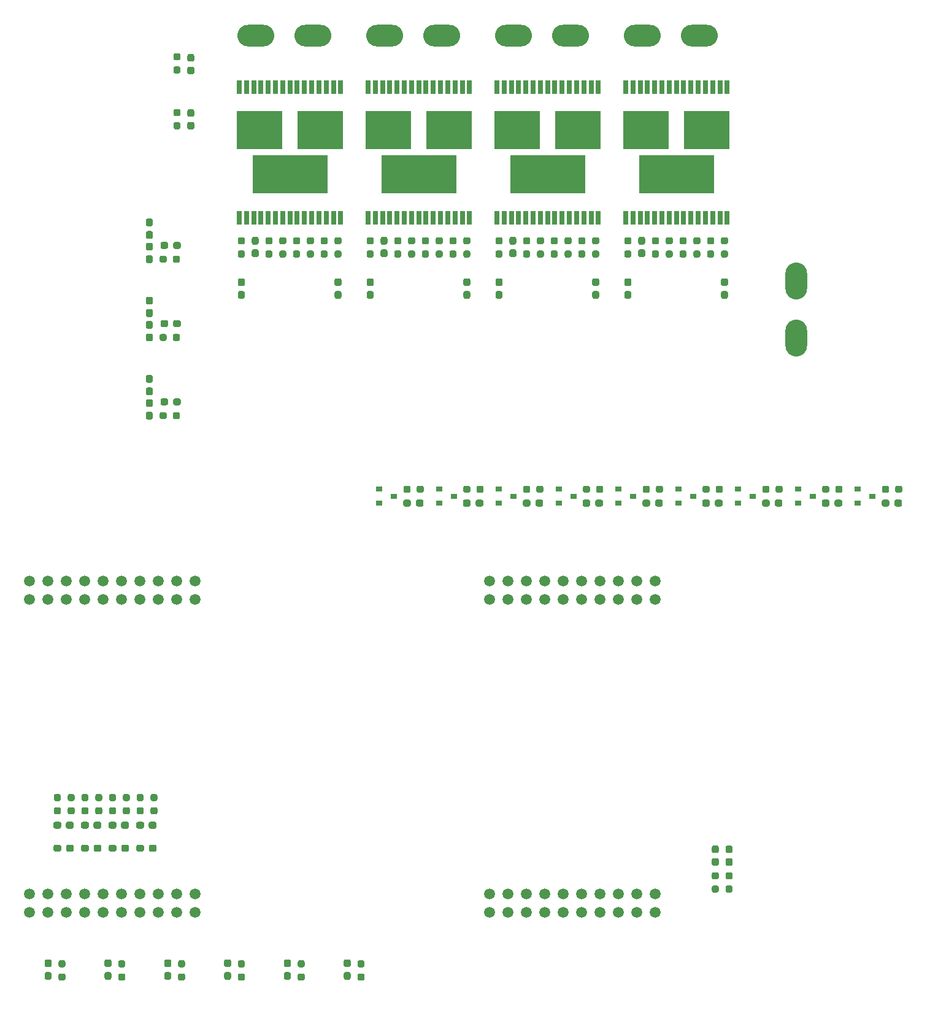
<source format=gbr>
%TF.GenerationSoftware,KiCad,Pcbnew,(5.1.10)-1*%
%TF.CreationDate,2022-03-20T16:18:04-05:00*%
%TF.ProjectId,ScienceMotorController,53636965-6e63-4654-9d6f-746f72436f6e,rev?*%
%TF.SameCoordinates,Original*%
%TF.FileFunction,Paste,Top*%
%TF.FilePolarity,Positive*%
%FSLAX46Y46*%
G04 Gerber Fmt 4.6, Leading zero omitted, Abs format (unit mm)*
G04 Created by KiCad (PCBNEW (5.1.10)-1) date 2022-03-20 16:18:04*
%MOMM*%
%LPD*%
G01*
G04 APERTURE LIST*
%ADD10O,3.000000X5.100000*%
%ADD11O,5.100000X3.000000*%
%ADD12C,1.520000*%
%ADD13R,0.900000X0.800000*%
%ADD14R,0.635000X1.854200*%
%ADD15R,6.223000X5.257800*%
%ADD16R,10.312400X5.257800*%
G04 APERTURE END LIST*
D10*
%TO.C,Conn7*%
X142005000Y-20405000D03*
X142005000Y-12531000D03*
%TD*%
D11*
%TO.C,Conn4*%
X128609000Y21355000D03*
X120735000Y21355000D03*
%TD*%
%TO.C,Conn3*%
X110829000Y21355000D03*
X102955000Y21355000D03*
%TD*%
%TO.C,Conn2*%
X93049000Y21355000D03*
X85175000Y21355000D03*
%TD*%
%TO.C,Conn1*%
X75269000Y21329600D03*
X67395000Y21329600D03*
%TD*%
D12*
%TO.C,U6*%
X58984000Y-53896000D03*
X56444000Y-53896000D03*
X53904000Y-53896000D03*
X51364000Y-53896000D03*
X48824000Y-53896000D03*
X46284000Y-53896000D03*
X43744000Y-53896000D03*
X41204000Y-53896000D03*
X38664000Y-53896000D03*
X36124000Y-53896000D03*
X58984000Y-56436000D03*
X56444000Y-56436000D03*
X53904000Y-56436000D03*
X51364000Y-56436000D03*
X48824000Y-56436000D03*
X46284000Y-56436000D03*
X43744000Y-56436000D03*
X41204000Y-56436000D03*
X38664000Y-56436000D03*
X36124000Y-56436000D03*
X58984000Y-99616000D03*
X56444000Y-99616000D03*
X53904000Y-99616000D03*
X51364000Y-99616000D03*
X48824000Y-99616000D03*
X46284000Y-99616000D03*
X43744000Y-99616000D03*
X41204000Y-99616000D03*
X38664000Y-99616000D03*
X36124000Y-99616000D03*
X58984000Y-97076000D03*
X56444000Y-97076000D03*
X53904000Y-97076000D03*
X51364000Y-97076000D03*
X48824000Y-97076000D03*
X46284000Y-97076000D03*
X43744000Y-97076000D03*
X41204000Y-97076000D03*
X38664000Y-97076000D03*
X36124000Y-97076000D03*
X104704000Y-53896000D03*
X102164000Y-53896000D03*
X99624000Y-53896000D03*
X122484000Y-56436000D03*
X119944000Y-56436000D03*
X117404000Y-56436000D03*
X114864000Y-56436000D03*
X112324000Y-56436000D03*
X109784000Y-56436000D03*
X107244000Y-56436000D03*
X104704000Y-56436000D03*
X102164000Y-56436000D03*
X99624000Y-56436000D03*
X122484000Y-99616000D03*
X117404000Y-99616000D03*
X112324000Y-99616000D03*
X109784000Y-99616000D03*
X107244000Y-99616000D03*
X104704000Y-99616000D03*
X102164000Y-99616000D03*
X122484000Y-97076000D03*
X117404000Y-97076000D03*
X107244000Y-97076000D03*
X104704000Y-97076000D03*
X102164000Y-97076000D03*
X99624000Y-97076000D03*
X112324000Y-97076000D03*
X114864000Y-97076000D03*
X119944000Y-99616000D03*
X107244000Y-53896000D03*
X109784000Y-53896000D03*
X119944000Y-97076000D03*
X114864000Y-99616000D03*
X117404000Y-53896000D03*
X114864000Y-53896000D03*
X109784000Y-97076000D03*
X112324000Y-53896000D03*
X119944000Y-53896000D03*
X122484000Y-53896000D03*
X99624000Y-99616000D03*
%TD*%
%TO.C,D12*%
G36*
G01*
X52660000Y-91042500D02*
X52660000Y-90567500D01*
G75*
G02*
X52897500Y-90330000I237500J0D01*
G01*
X53472500Y-90330000D01*
G75*
G02*
X53710000Y-90567500I0J-237500D01*
G01*
X53710000Y-91042500D01*
G75*
G02*
X53472500Y-91280000I-237500J0D01*
G01*
X52897500Y-91280000D01*
G75*
G02*
X52660000Y-91042500I0J237500D01*
G01*
G37*
G36*
G01*
X50910000Y-91042500D02*
X50910000Y-90567500D01*
G75*
G02*
X51147500Y-90330000I237500J0D01*
G01*
X51722500Y-90330000D01*
G75*
G02*
X51960000Y-90567500I0J-237500D01*
G01*
X51960000Y-91042500D01*
G75*
G02*
X51722500Y-91280000I-237500J0D01*
G01*
X51147500Y-91280000D01*
G75*
G02*
X50910000Y-91042500I0J237500D01*
G01*
G37*
%TD*%
%TO.C,D11*%
G36*
G01*
X48850000Y-91042500D02*
X48850000Y-90567500D01*
G75*
G02*
X49087500Y-90330000I237500J0D01*
G01*
X49662500Y-90330000D01*
G75*
G02*
X49900000Y-90567500I0J-237500D01*
G01*
X49900000Y-91042500D01*
G75*
G02*
X49662500Y-91280000I-237500J0D01*
G01*
X49087500Y-91280000D01*
G75*
G02*
X48850000Y-91042500I0J237500D01*
G01*
G37*
G36*
G01*
X47100000Y-91042500D02*
X47100000Y-90567500D01*
G75*
G02*
X47337500Y-90330000I237500J0D01*
G01*
X47912500Y-90330000D01*
G75*
G02*
X48150000Y-90567500I0J-237500D01*
G01*
X48150000Y-91042500D01*
G75*
G02*
X47912500Y-91280000I-237500J0D01*
G01*
X47337500Y-91280000D01*
G75*
G02*
X47100000Y-91042500I0J237500D01*
G01*
G37*
%TD*%
%TO.C,D10*%
G36*
G01*
X45040000Y-91042500D02*
X45040000Y-90567500D01*
G75*
G02*
X45277500Y-90330000I237500J0D01*
G01*
X45852500Y-90330000D01*
G75*
G02*
X46090000Y-90567500I0J-237500D01*
G01*
X46090000Y-91042500D01*
G75*
G02*
X45852500Y-91280000I-237500J0D01*
G01*
X45277500Y-91280000D01*
G75*
G02*
X45040000Y-91042500I0J237500D01*
G01*
G37*
G36*
G01*
X43290000Y-91042500D02*
X43290000Y-90567500D01*
G75*
G02*
X43527500Y-90330000I237500J0D01*
G01*
X44102500Y-90330000D01*
G75*
G02*
X44340000Y-90567500I0J-237500D01*
G01*
X44340000Y-91042500D01*
G75*
G02*
X44102500Y-91280000I-237500J0D01*
G01*
X43527500Y-91280000D01*
G75*
G02*
X43290000Y-91042500I0J237500D01*
G01*
G37*
%TD*%
%TO.C,D9*%
G36*
G01*
X41230000Y-91042500D02*
X41230000Y-90567500D01*
G75*
G02*
X41467500Y-90330000I237500J0D01*
G01*
X42042500Y-90330000D01*
G75*
G02*
X42280000Y-90567500I0J-237500D01*
G01*
X42280000Y-91042500D01*
G75*
G02*
X42042500Y-91280000I-237500J0D01*
G01*
X41467500Y-91280000D01*
G75*
G02*
X41230000Y-91042500I0J237500D01*
G01*
G37*
G36*
G01*
X39480000Y-91042500D02*
X39480000Y-90567500D01*
G75*
G02*
X39717500Y-90330000I237500J0D01*
G01*
X40292500Y-90330000D01*
G75*
G02*
X40530000Y-90567500I0J-237500D01*
G01*
X40530000Y-91042500D01*
G75*
G02*
X40292500Y-91280000I-237500J0D01*
G01*
X39717500Y-91280000D01*
G75*
G02*
X39480000Y-91042500I0J237500D01*
G01*
G37*
%TD*%
%TO.C,R58*%
G36*
G01*
X154792500Y-41037500D02*
X154792500Y-41512500D01*
G75*
G02*
X154555000Y-41750000I-237500J0D01*
G01*
X154055000Y-41750000D01*
G75*
G02*
X153817500Y-41512500I0J237500D01*
G01*
X153817500Y-41037500D01*
G75*
G02*
X154055000Y-40800000I237500J0D01*
G01*
X154555000Y-40800000D01*
G75*
G02*
X154792500Y-41037500I0J-237500D01*
G01*
G37*
G36*
G01*
X156617500Y-41037500D02*
X156617500Y-41512500D01*
G75*
G02*
X156380000Y-41750000I-237500J0D01*
G01*
X155880000Y-41750000D01*
G75*
G02*
X155642500Y-41512500I0J237500D01*
G01*
X155642500Y-41037500D01*
G75*
G02*
X155880000Y-40800000I237500J0D01*
G01*
X156380000Y-40800000D01*
G75*
G02*
X156617500Y-41037500I0J-237500D01*
G01*
G37*
%TD*%
%TO.C,R57*%
G36*
G01*
X146537500Y-41037500D02*
X146537500Y-41512500D01*
G75*
G02*
X146300000Y-41750000I-237500J0D01*
G01*
X145800000Y-41750000D01*
G75*
G02*
X145562500Y-41512500I0J237500D01*
G01*
X145562500Y-41037500D01*
G75*
G02*
X145800000Y-40800000I237500J0D01*
G01*
X146300000Y-40800000D01*
G75*
G02*
X146537500Y-41037500I0J-237500D01*
G01*
G37*
G36*
G01*
X148362500Y-41037500D02*
X148362500Y-41512500D01*
G75*
G02*
X148125000Y-41750000I-237500J0D01*
G01*
X147625000Y-41750000D01*
G75*
G02*
X147387500Y-41512500I0J237500D01*
G01*
X147387500Y-41037500D01*
G75*
G02*
X147625000Y-40800000I237500J0D01*
G01*
X148125000Y-40800000D01*
G75*
G02*
X148362500Y-41037500I0J-237500D01*
G01*
G37*
%TD*%
%TO.C,R56*%
G36*
G01*
X138282500Y-41037500D02*
X138282500Y-41512500D01*
G75*
G02*
X138045000Y-41750000I-237500J0D01*
G01*
X137545000Y-41750000D01*
G75*
G02*
X137307500Y-41512500I0J237500D01*
G01*
X137307500Y-41037500D01*
G75*
G02*
X137545000Y-40800000I237500J0D01*
G01*
X138045000Y-40800000D01*
G75*
G02*
X138282500Y-41037500I0J-237500D01*
G01*
G37*
G36*
G01*
X140107500Y-41037500D02*
X140107500Y-41512500D01*
G75*
G02*
X139870000Y-41750000I-237500J0D01*
G01*
X139370000Y-41750000D01*
G75*
G02*
X139132500Y-41512500I0J237500D01*
G01*
X139132500Y-41037500D01*
G75*
G02*
X139370000Y-40800000I237500J0D01*
G01*
X139870000Y-40800000D01*
G75*
G02*
X140107500Y-41037500I0J-237500D01*
G01*
G37*
%TD*%
%TO.C,R55*%
G36*
G01*
X130027500Y-41037500D02*
X130027500Y-41512500D01*
G75*
G02*
X129790000Y-41750000I-237500J0D01*
G01*
X129290000Y-41750000D01*
G75*
G02*
X129052500Y-41512500I0J237500D01*
G01*
X129052500Y-41037500D01*
G75*
G02*
X129290000Y-40800000I237500J0D01*
G01*
X129790000Y-40800000D01*
G75*
G02*
X130027500Y-41037500I0J-237500D01*
G01*
G37*
G36*
G01*
X131852500Y-41037500D02*
X131852500Y-41512500D01*
G75*
G02*
X131615000Y-41750000I-237500J0D01*
G01*
X131115000Y-41750000D01*
G75*
G02*
X130877500Y-41512500I0J237500D01*
G01*
X130877500Y-41037500D01*
G75*
G02*
X131115000Y-40800000I237500J0D01*
G01*
X131615000Y-40800000D01*
G75*
G02*
X131852500Y-41037500I0J-237500D01*
G01*
G37*
%TD*%
%TO.C,R54*%
G36*
G01*
X121772500Y-41037500D02*
X121772500Y-41512500D01*
G75*
G02*
X121535000Y-41750000I-237500J0D01*
G01*
X121035000Y-41750000D01*
G75*
G02*
X120797500Y-41512500I0J237500D01*
G01*
X120797500Y-41037500D01*
G75*
G02*
X121035000Y-40800000I237500J0D01*
G01*
X121535000Y-40800000D01*
G75*
G02*
X121772500Y-41037500I0J-237500D01*
G01*
G37*
G36*
G01*
X123597500Y-41037500D02*
X123597500Y-41512500D01*
G75*
G02*
X123360000Y-41750000I-237500J0D01*
G01*
X122860000Y-41750000D01*
G75*
G02*
X122622500Y-41512500I0J237500D01*
G01*
X122622500Y-41037500D01*
G75*
G02*
X122860000Y-40800000I237500J0D01*
G01*
X123360000Y-40800000D01*
G75*
G02*
X123597500Y-41037500I0J-237500D01*
G01*
G37*
%TD*%
%TO.C,R53*%
G36*
G01*
X113517500Y-41037500D02*
X113517500Y-41512500D01*
G75*
G02*
X113280000Y-41750000I-237500J0D01*
G01*
X112780000Y-41750000D01*
G75*
G02*
X112542500Y-41512500I0J237500D01*
G01*
X112542500Y-41037500D01*
G75*
G02*
X112780000Y-40800000I237500J0D01*
G01*
X113280000Y-40800000D01*
G75*
G02*
X113517500Y-41037500I0J-237500D01*
G01*
G37*
G36*
G01*
X115342500Y-41037500D02*
X115342500Y-41512500D01*
G75*
G02*
X115105000Y-41750000I-237500J0D01*
G01*
X114605000Y-41750000D01*
G75*
G02*
X114367500Y-41512500I0J237500D01*
G01*
X114367500Y-41037500D01*
G75*
G02*
X114605000Y-40800000I237500J0D01*
G01*
X115105000Y-40800000D01*
G75*
G02*
X115342500Y-41037500I0J-237500D01*
G01*
G37*
%TD*%
%TO.C,R52*%
G36*
G01*
X105262500Y-41037500D02*
X105262500Y-41512500D01*
G75*
G02*
X105025000Y-41750000I-237500J0D01*
G01*
X104525000Y-41750000D01*
G75*
G02*
X104287500Y-41512500I0J237500D01*
G01*
X104287500Y-41037500D01*
G75*
G02*
X104525000Y-40800000I237500J0D01*
G01*
X105025000Y-40800000D01*
G75*
G02*
X105262500Y-41037500I0J-237500D01*
G01*
G37*
G36*
G01*
X107087500Y-41037500D02*
X107087500Y-41512500D01*
G75*
G02*
X106850000Y-41750000I-237500J0D01*
G01*
X106350000Y-41750000D01*
G75*
G02*
X106112500Y-41512500I0J237500D01*
G01*
X106112500Y-41037500D01*
G75*
G02*
X106350000Y-40800000I237500J0D01*
G01*
X106850000Y-40800000D01*
G75*
G02*
X107087500Y-41037500I0J-237500D01*
G01*
G37*
%TD*%
%TO.C,R51*%
G36*
G01*
X97007500Y-41037500D02*
X97007500Y-41512500D01*
G75*
G02*
X96770000Y-41750000I-237500J0D01*
G01*
X96270000Y-41750000D01*
G75*
G02*
X96032500Y-41512500I0J237500D01*
G01*
X96032500Y-41037500D01*
G75*
G02*
X96270000Y-40800000I237500J0D01*
G01*
X96770000Y-40800000D01*
G75*
G02*
X97007500Y-41037500I0J-237500D01*
G01*
G37*
G36*
G01*
X98832500Y-41037500D02*
X98832500Y-41512500D01*
G75*
G02*
X98595000Y-41750000I-237500J0D01*
G01*
X98095000Y-41750000D01*
G75*
G02*
X97857500Y-41512500I0J237500D01*
G01*
X97857500Y-41037500D01*
G75*
G02*
X98095000Y-40800000I237500J0D01*
G01*
X98595000Y-40800000D01*
G75*
G02*
X98832500Y-41037500I0J-237500D01*
G01*
G37*
%TD*%
%TO.C,R50*%
G36*
G01*
X88752500Y-41037500D02*
X88752500Y-41512500D01*
G75*
G02*
X88515000Y-41750000I-237500J0D01*
G01*
X88015000Y-41750000D01*
G75*
G02*
X87777500Y-41512500I0J237500D01*
G01*
X87777500Y-41037500D01*
G75*
G02*
X88015000Y-40800000I237500J0D01*
G01*
X88515000Y-40800000D01*
G75*
G02*
X88752500Y-41037500I0J-237500D01*
G01*
G37*
G36*
G01*
X90577500Y-41037500D02*
X90577500Y-41512500D01*
G75*
G02*
X90340000Y-41750000I-237500J0D01*
G01*
X89840000Y-41750000D01*
G75*
G02*
X89602500Y-41512500I0J237500D01*
G01*
X89602500Y-41037500D01*
G75*
G02*
X89840000Y-40800000I237500J0D01*
G01*
X90340000Y-40800000D01*
G75*
G02*
X90577500Y-41037500I0J-237500D01*
G01*
G37*
%TD*%
D13*
%TO.C,Q9*%
X152495000Y-42225000D03*
X150495000Y-43175000D03*
X150495000Y-41275000D03*
%TD*%
%TO.C,Q8*%
X144240000Y-42225000D03*
X142240000Y-43175000D03*
X142240000Y-41275000D03*
%TD*%
%TO.C,Q7*%
X135985000Y-42225000D03*
X133985000Y-43175000D03*
X133985000Y-41275000D03*
%TD*%
%TO.C,Q6*%
X127730000Y-42225000D03*
X125730000Y-43175000D03*
X125730000Y-41275000D03*
%TD*%
%TO.C,Q5*%
X119475000Y-42225000D03*
X117475000Y-43175000D03*
X117475000Y-41275000D03*
%TD*%
%TO.C,Q4*%
X111220000Y-42225000D03*
X109220000Y-43175000D03*
X109220000Y-41275000D03*
%TD*%
%TO.C,Q3*%
X102965000Y-42225000D03*
X100965000Y-43175000D03*
X100965000Y-41275000D03*
%TD*%
%TO.C,Q2*%
X94710000Y-42225000D03*
X92710000Y-43175000D03*
X92710000Y-41275000D03*
%TD*%
%TO.C,Q1*%
X86455000Y-42225000D03*
X84455000Y-43175000D03*
X84455000Y-41275000D03*
%TD*%
%TO.C,D32*%
G36*
G01*
X154830000Y-42942500D02*
X154830000Y-43417500D01*
G75*
G02*
X154592500Y-43655000I-237500J0D01*
G01*
X154017500Y-43655000D01*
G75*
G02*
X153780000Y-43417500I0J237500D01*
G01*
X153780000Y-42942500D01*
G75*
G02*
X154017500Y-42705000I237500J0D01*
G01*
X154592500Y-42705000D01*
G75*
G02*
X154830000Y-42942500I0J-237500D01*
G01*
G37*
G36*
G01*
X156580000Y-42942500D02*
X156580000Y-43417500D01*
G75*
G02*
X156342500Y-43655000I-237500J0D01*
G01*
X155767500Y-43655000D01*
G75*
G02*
X155530000Y-43417500I0J237500D01*
G01*
X155530000Y-42942500D01*
G75*
G02*
X155767500Y-42705000I237500J0D01*
G01*
X156342500Y-42705000D01*
G75*
G02*
X156580000Y-42942500I0J-237500D01*
G01*
G37*
%TD*%
%TO.C,D31*%
G36*
G01*
X146575000Y-42942500D02*
X146575000Y-43417500D01*
G75*
G02*
X146337500Y-43655000I-237500J0D01*
G01*
X145762500Y-43655000D01*
G75*
G02*
X145525000Y-43417500I0J237500D01*
G01*
X145525000Y-42942500D01*
G75*
G02*
X145762500Y-42705000I237500J0D01*
G01*
X146337500Y-42705000D01*
G75*
G02*
X146575000Y-42942500I0J-237500D01*
G01*
G37*
G36*
G01*
X148325000Y-42942500D02*
X148325000Y-43417500D01*
G75*
G02*
X148087500Y-43655000I-237500J0D01*
G01*
X147512500Y-43655000D01*
G75*
G02*
X147275000Y-43417500I0J237500D01*
G01*
X147275000Y-42942500D01*
G75*
G02*
X147512500Y-42705000I237500J0D01*
G01*
X148087500Y-42705000D01*
G75*
G02*
X148325000Y-42942500I0J-237500D01*
G01*
G37*
%TD*%
%TO.C,D30*%
G36*
G01*
X138320000Y-42942500D02*
X138320000Y-43417500D01*
G75*
G02*
X138082500Y-43655000I-237500J0D01*
G01*
X137507500Y-43655000D01*
G75*
G02*
X137270000Y-43417500I0J237500D01*
G01*
X137270000Y-42942500D01*
G75*
G02*
X137507500Y-42705000I237500J0D01*
G01*
X138082500Y-42705000D01*
G75*
G02*
X138320000Y-42942500I0J-237500D01*
G01*
G37*
G36*
G01*
X140070000Y-42942500D02*
X140070000Y-43417500D01*
G75*
G02*
X139832500Y-43655000I-237500J0D01*
G01*
X139257500Y-43655000D01*
G75*
G02*
X139020000Y-43417500I0J237500D01*
G01*
X139020000Y-42942500D01*
G75*
G02*
X139257500Y-42705000I237500J0D01*
G01*
X139832500Y-42705000D01*
G75*
G02*
X140070000Y-42942500I0J-237500D01*
G01*
G37*
%TD*%
%TO.C,D29*%
G36*
G01*
X130065000Y-42942500D02*
X130065000Y-43417500D01*
G75*
G02*
X129827500Y-43655000I-237500J0D01*
G01*
X129252500Y-43655000D01*
G75*
G02*
X129015000Y-43417500I0J237500D01*
G01*
X129015000Y-42942500D01*
G75*
G02*
X129252500Y-42705000I237500J0D01*
G01*
X129827500Y-42705000D01*
G75*
G02*
X130065000Y-42942500I0J-237500D01*
G01*
G37*
G36*
G01*
X131815000Y-42942500D02*
X131815000Y-43417500D01*
G75*
G02*
X131577500Y-43655000I-237500J0D01*
G01*
X131002500Y-43655000D01*
G75*
G02*
X130765000Y-43417500I0J237500D01*
G01*
X130765000Y-42942500D01*
G75*
G02*
X131002500Y-42705000I237500J0D01*
G01*
X131577500Y-42705000D01*
G75*
G02*
X131815000Y-42942500I0J-237500D01*
G01*
G37*
%TD*%
%TO.C,D28*%
G36*
G01*
X121810000Y-42942500D02*
X121810000Y-43417500D01*
G75*
G02*
X121572500Y-43655000I-237500J0D01*
G01*
X120997500Y-43655000D01*
G75*
G02*
X120760000Y-43417500I0J237500D01*
G01*
X120760000Y-42942500D01*
G75*
G02*
X120997500Y-42705000I237500J0D01*
G01*
X121572500Y-42705000D01*
G75*
G02*
X121810000Y-42942500I0J-237500D01*
G01*
G37*
G36*
G01*
X123560000Y-42942500D02*
X123560000Y-43417500D01*
G75*
G02*
X123322500Y-43655000I-237500J0D01*
G01*
X122747500Y-43655000D01*
G75*
G02*
X122510000Y-43417500I0J237500D01*
G01*
X122510000Y-42942500D01*
G75*
G02*
X122747500Y-42705000I237500J0D01*
G01*
X123322500Y-42705000D01*
G75*
G02*
X123560000Y-42942500I0J-237500D01*
G01*
G37*
%TD*%
%TO.C,D27*%
G36*
G01*
X113555000Y-42942500D02*
X113555000Y-43417500D01*
G75*
G02*
X113317500Y-43655000I-237500J0D01*
G01*
X112742500Y-43655000D01*
G75*
G02*
X112505000Y-43417500I0J237500D01*
G01*
X112505000Y-42942500D01*
G75*
G02*
X112742500Y-42705000I237500J0D01*
G01*
X113317500Y-42705000D01*
G75*
G02*
X113555000Y-42942500I0J-237500D01*
G01*
G37*
G36*
G01*
X115305000Y-42942500D02*
X115305000Y-43417500D01*
G75*
G02*
X115067500Y-43655000I-237500J0D01*
G01*
X114492500Y-43655000D01*
G75*
G02*
X114255000Y-43417500I0J237500D01*
G01*
X114255000Y-42942500D01*
G75*
G02*
X114492500Y-42705000I237500J0D01*
G01*
X115067500Y-42705000D01*
G75*
G02*
X115305000Y-42942500I0J-237500D01*
G01*
G37*
%TD*%
%TO.C,D26*%
G36*
G01*
X105300000Y-42942500D02*
X105300000Y-43417500D01*
G75*
G02*
X105062500Y-43655000I-237500J0D01*
G01*
X104487500Y-43655000D01*
G75*
G02*
X104250000Y-43417500I0J237500D01*
G01*
X104250000Y-42942500D01*
G75*
G02*
X104487500Y-42705000I237500J0D01*
G01*
X105062500Y-42705000D01*
G75*
G02*
X105300000Y-42942500I0J-237500D01*
G01*
G37*
G36*
G01*
X107050000Y-42942500D02*
X107050000Y-43417500D01*
G75*
G02*
X106812500Y-43655000I-237500J0D01*
G01*
X106237500Y-43655000D01*
G75*
G02*
X106000000Y-43417500I0J237500D01*
G01*
X106000000Y-42942500D01*
G75*
G02*
X106237500Y-42705000I237500J0D01*
G01*
X106812500Y-42705000D01*
G75*
G02*
X107050000Y-42942500I0J-237500D01*
G01*
G37*
%TD*%
%TO.C,D25*%
G36*
G01*
X97045000Y-42942500D02*
X97045000Y-43417500D01*
G75*
G02*
X96807500Y-43655000I-237500J0D01*
G01*
X96232500Y-43655000D01*
G75*
G02*
X95995000Y-43417500I0J237500D01*
G01*
X95995000Y-42942500D01*
G75*
G02*
X96232500Y-42705000I237500J0D01*
G01*
X96807500Y-42705000D01*
G75*
G02*
X97045000Y-42942500I0J-237500D01*
G01*
G37*
G36*
G01*
X98795000Y-42942500D02*
X98795000Y-43417500D01*
G75*
G02*
X98557500Y-43655000I-237500J0D01*
G01*
X97982500Y-43655000D01*
G75*
G02*
X97745000Y-43417500I0J237500D01*
G01*
X97745000Y-42942500D01*
G75*
G02*
X97982500Y-42705000I237500J0D01*
G01*
X98557500Y-42705000D01*
G75*
G02*
X98795000Y-42942500I0J-237500D01*
G01*
G37*
%TD*%
%TO.C,D24*%
G36*
G01*
X88790000Y-42942500D02*
X88790000Y-43417500D01*
G75*
G02*
X88552500Y-43655000I-237500J0D01*
G01*
X87977500Y-43655000D01*
G75*
G02*
X87740000Y-43417500I0J237500D01*
G01*
X87740000Y-42942500D01*
G75*
G02*
X87977500Y-42705000I237500J0D01*
G01*
X88552500Y-42705000D01*
G75*
G02*
X88790000Y-42942500I0J-237500D01*
G01*
G37*
G36*
G01*
X90540000Y-42942500D02*
X90540000Y-43417500D01*
G75*
G02*
X90302500Y-43655000I-237500J0D01*
G01*
X89727500Y-43655000D01*
G75*
G02*
X89490000Y-43417500I0J237500D01*
G01*
X89490000Y-42942500D01*
G75*
G02*
X89727500Y-42705000I237500J0D01*
G01*
X90302500Y-42705000D01*
G75*
G02*
X90540000Y-42942500I0J-237500D01*
G01*
G37*
%TD*%
%TO.C,R21*%
G36*
G01*
X39767500Y-85157500D02*
X40242500Y-85157500D01*
G75*
G02*
X40480000Y-85395000I0J-237500D01*
G01*
X40480000Y-85895000D01*
G75*
G02*
X40242500Y-86132500I-237500J0D01*
G01*
X39767500Y-86132500D01*
G75*
G02*
X39530000Y-85895000I0J237500D01*
G01*
X39530000Y-85395000D01*
G75*
G02*
X39767500Y-85157500I237500J0D01*
G01*
G37*
G36*
G01*
X39767500Y-83332500D02*
X40242500Y-83332500D01*
G75*
G02*
X40480000Y-83570000I0J-237500D01*
G01*
X40480000Y-84070000D01*
G75*
G02*
X40242500Y-84307500I-237500J0D01*
G01*
X39767500Y-84307500D01*
G75*
G02*
X39530000Y-84070000I0J237500D01*
G01*
X39530000Y-83570000D01*
G75*
G02*
X39767500Y-83332500I237500J0D01*
G01*
G37*
%TD*%
%TO.C,R41*%
G36*
G01*
X55097500Y-30877500D02*
X55097500Y-31352500D01*
G75*
G02*
X54860000Y-31590000I-237500J0D01*
G01*
X54360000Y-31590000D01*
G75*
G02*
X54122500Y-31352500I0J237500D01*
G01*
X54122500Y-30877500D01*
G75*
G02*
X54360000Y-30640000I237500J0D01*
G01*
X54860000Y-30640000D01*
G75*
G02*
X55097500Y-30877500I0J-237500D01*
G01*
G37*
G36*
G01*
X56922500Y-30877500D02*
X56922500Y-31352500D01*
G75*
G02*
X56685000Y-31590000I-237500J0D01*
G01*
X56185000Y-31590000D01*
G75*
G02*
X55947500Y-31352500I0J237500D01*
G01*
X55947500Y-30877500D01*
G75*
G02*
X56185000Y-30640000I237500J0D01*
G01*
X56685000Y-30640000D01*
G75*
G02*
X56922500Y-30877500I0J-237500D01*
G01*
G37*
%TD*%
%TO.C,D17*%
G36*
G01*
X55990000Y-29447500D02*
X55990000Y-28972500D01*
G75*
G02*
X56227500Y-28735000I237500J0D01*
G01*
X56802500Y-28735000D01*
G75*
G02*
X57040000Y-28972500I0J-237500D01*
G01*
X57040000Y-29447500D01*
G75*
G02*
X56802500Y-29685000I-237500J0D01*
G01*
X56227500Y-29685000D01*
G75*
G02*
X55990000Y-29447500I0J237500D01*
G01*
G37*
G36*
G01*
X54240000Y-29447500D02*
X54240000Y-28972500D01*
G75*
G02*
X54477500Y-28735000I237500J0D01*
G01*
X55052500Y-28735000D01*
G75*
G02*
X55290000Y-28972500I0J-237500D01*
G01*
X55290000Y-29447500D01*
G75*
G02*
X55052500Y-29685000I-237500J0D01*
G01*
X54477500Y-29685000D01*
G75*
G02*
X54240000Y-29447500I0J237500D01*
G01*
G37*
%TD*%
%TO.C,C14*%
G36*
G01*
X52942500Y-29927500D02*
X52467500Y-29927500D01*
G75*
G02*
X52230000Y-29690000I0J237500D01*
G01*
X52230000Y-29090000D01*
G75*
G02*
X52467500Y-28852500I237500J0D01*
G01*
X52942500Y-28852500D01*
G75*
G02*
X53180000Y-29090000I0J-237500D01*
G01*
X53180000Y-29690000D01*
G75*
G02*
X52942500Y-29927500I-237500J0D01*
G01*
G37*
G36*
G01*
X52942500Y-31652500D02*
X52467500Y-31652500D01*
G75*
G02*
X52230000Y-31415000I0J237500D01*
G01*
X52230000Y-30815000D01*
G75*
G02*
X52467500Y-30577500I237500J0D01*
G01*
X52942500Y-30577500D01*
G75*
G02*
X53180000Y-30815000I0J-237500D01*
G01*
X53180000Y-31415000D01*
G75*
G02*
X52942500Y-31652500I-237500J0D01*
G01*
G37*
%TD*%
%TO.C,C13*%
G36*
G01*
X52467500Y-27222500D02*
X52942500Y-27222500D01*
G75*
G02*
X53180000Y-27460000I0J-237500D01*
G01*
X53180000Y-28060000D01*
G75*
G02*
X52942500Y-28297500I-237500J0D01*
G01*
X52467500Y-28297500D01*
G75*
G02*
X52230000Y-28060000I0J237500D01*
G01*
X52230000Y-27460000D01*
G75*
G02*
X52467500Y-27222500I237500J0D01*
G01*
G37*
G36*
G01*
X52467500Y-25497500D02*
X52942500Y-25497500D01*
G75*
G02*
X53180000Y-25735000I0J-237500D01*
G01*
X53180000Y-26335000D01*
G75*
G02*
X52942500Y-26572500I-237500J0D01*
G01*
X52467500Y-26572500D01*
G75*
G02*
X52230000Y-26335000I0J237500D01*
G01*
X52230000Y-25735000D01*
G75*
G02*
X52467500Y-25497500I237500J0D01*
G01*
G37*
%TD*%
D14*
%TO.C,U4*%
X118450601Y-3797300D03*
X119450599Y-3797300D03*
X120450600Y-3797300D03*
X121450600Y-3797300D03*
X122450601Y-3797300D03*
X123450599Y-3797300D03*
X124450599Y-3797300D03*
X125450600Y-3797300D03*
X126450601Y-3797300D03*
X127450601Y-3797300D03*
X128450599Y-3797300D03*
X129450600Y-3797300D03*
X130450600Y-3797300D03*
X131450601Y-3797300D03*
X132450601Y-3797300D03*
X132450599Y14211300D03*
X131450601Y14211300D03*
X130450600Y14211300D03*
X129450600Y14211300D03*
X128450599Y14211300D03*
X127450601Y14211300D03*
X126450601Y14211300D03*
X125450600Y14211300D03*
X124450599Y14211300D03*
X123450599Y14211300D03*
X122450601Y14211300D03*
X121450600Y14211300D03*
X120450600Y14211300D03*
X119450599Y14211300D03*
X118450599Y14211300D03*
D15*
X121285000Y8255000D03*
D16*
X125450600Y2159000D03*
D15*
X129616200Y8255000D03*
%TD*%
D14*
%TO.C,U3*%
X100670601Y-3797300D03*
X101670599Y-3797300D03*
X102670600Y-3797300D03*
X103670600Y-3797300D03*
X104670601Y-3797300D03*
X105670599Y-3797300D03*
X106670599Y-3797300D03*
X107670600Y-3797300D03*
X108670601Y-3797300D03*
X109670601Y-3797300D03*
X110670599Y-3797300D03*
X111670600Y-3797300D03*
X112670600Y-3797300D03*
X113670601Y-3797300D03*
X114670601Y-3797300D03*
X114670599Y14211300D03*
X113670601Y14211300D03*
X112670600Y14211300D03*
X111670600Y14211300D03*
X110670599Y14211300D03*
X109670601Y14211300D03*
X108670601Y14211300D03*
X107670600Y14211300D03*
X106670599Y14211300D03*
X105670599Y14211300D03*
X104670601Y14211300D03*
X103670600Y14211300D03*
X102670600Y14211300D03*
X101670599Y14211300D03*
X100670599Y14211300D03*
D15*
X103505000Y8255000D03*
D16*
X107670600Y2159000D03*
D15*
X111836200Y8255000D03*
%TD*%
D14*
%TO.C,U2*%
X82890601Y-3797300D03*
X83890599Y-3797300D03*
X84890600Y-3797300D03*
X85890600Y-3797300D03*
X86890601Y-3797300D03*
X87890599Y-3797300D03*
X88890599Y-3797300D03*
X89890600Y-3797300D03*
X90890601Y-3797300D03*
X91890601Y-3797300D03*
X92890599Y-3797300D03*
X93890600Y-3797300D03*
X94890600Y-3797300D03*
X95890601Y-3797300D03*
X96890601Y-3797300D03*
X96890599Y14211300D03*
X95890601Y14211300D03*
X94890600Y14211300D03*
X93890600Y14211300D03*
X92890599Y14211300D03*
X91890601Y14211300D03*
X90890601Y14211300D03*
X89890600Y14211300D03*
X88890599Y14211300D03*
X87890599Y14211300D03*
X86890601Y14211300D03*
X85890600Y14211300D03*
X84890600Y14211300D03*
X83890599Y14211300D03*
X82890599Y14211300D03*
D15*
X85725000Y8255000D03*
D16*
X89890600Y2159000D03*
D15*
X94056200Y8255000D03*
%TD*%
D14*
%TO.C,U1*%
X65110601Y-3797300D03*
X66110599Y-3797300D03*
X67110600Y-3797300D03*
X68110600Y-3797300D03*
X69110601Y-3797300D03*
X70110599Y-3797300D03*
X71110599Y-3797300D03*
X72110600Y-3797300D03*
X73110601Y-3797300D03*
X74110601Y-3797300D03*
X75110599Y-3797300D03*
X76110600Y-3797300D03*
X77110600Y-3797300D03*
X78110601Y-3797300D03*
X79110601Y-3797300D03*
X79110599Y14211300D03*
X78110601Y14211300D03*
X77110600Y14211300D03*
X76110600Y14211300D03*
X75110599Y14211300D03*
X74110601Y14211300D03*
X73110601Y14211300D03*
X72110600Y14211300D03*
X71110599Y14211300D03*
X70110599Y14211300D03*
X69110601Y14211300D03*
X68110600Y14211300D03*
X67110600Y14211300D03*
X66110599Y14211300D03*
X65110599Y14211300D03*
D15*
X67945000Y8255000D03*
D16*
X72110600Y2159000D03*
D15*
X76276200Y8255000D03*
%TD*%
%TO.C,R49*%
G36*
G01*
X81677500Y-108097500D02*
X82152500Y-108097500D01*
G75*
G02*
X82390000Y-108335000I0J-237500D01*
G01*
X82390000Y-108835000D01*
G75*
G02*
X82152500Y-109072500I-237500J0D01*
G01*
X81677500Y-109072500D01*
G75*
G02*
X81440000Y-108835000I0J237500D01*
G01*
X81440000Y-108335000D01*
G75*
G02*
X81677500Y-108097500I237500J0D01*
G01*
G37*
G36*
G01*
X81677500Y-106272500D02*
X82152500Y-106272500D01*
G75*
G02*
X82390000Y-106510000I0J-237500D01*
G01*
X82390000Y-107010000D01*
G75*
G02*
X82152500Y-107247500I-237500J0D01*
G01*
X81677500Y-107247500D01*
G75*
G02*
X81440000Y-107010000I0J237500D01*
G01*
X81440000Y-106510000D01*
G75*
G02*
X81677500Y-106272500I237500J0D01*
G01*
G37*
%TD*%
%TO.C,R48*%
G36*
G01*
X56912500Y-108097500D02*
X57387500Y-108097500D01*
G75*
G02*
X57625000Y-108335000I0J-237500D01*
G01*
X57625000Y-108835000D01*
G75*
G02*
X57387500Y-109072500I-237500J0D01*
G01*
X56912500Y-109072500D01*
G75*
G02*
X56675000Y-108835000I0J237500D01*
G01*
X56675000Y-108335000D01*
G75*
G02*
X56912500Y-108097500I237500J0D01*
G01*
G37*
G36*
G01*
X56912500Y-106272500D02*
X57387500Y-106272500D01*
G75*
G02*
X57625000Y-106510000I0J-237500D01*
G01*
X57625000Y-107010000D01*
G75*
G02*
X57387500Y-107247500I-237500J0D01*
G01*
X56912500Y-107247500D01*
G75*
G02*
X56675000Y-107010000I0J237500D01*
G01*
X56675000Y-106510000D01*
G75*
G02*
X56912500Y-106272500I237500J0D01*
G01*
G37*
%TD*%
%TO.C,R47*%
G36*
G01*
X73422500Y-108097500D02*
X73897500Y-108097500D01*
G75*
G02*
X74135000Y-108335000I0J-237500D01*
G01*
X74135000Y-108835000D01*
G75*
G02*
X73897500Y-109072500I-237500J0D01*
G01*
X73422500Y-109072500D01*
G75*
G02*
X73185000Y-108835000I0J237500D01*
G01*
X73185000Y-108335000D01*
G75*
G02*
X73422500Y-108097500I237500J0D01*
G01*
G37*
G36*
G01*
X73422500Y-106272500D02*
X73897500Y-106272500D01*
G75*
G02*
X74135000Y-106510000I0J-237500D01*
G01*
X74135000Y-107010000D01*
G75*
G02*
X73897500Y-107247500I-237500J0D01*
G01*
X73422500Y-107247500D01*
G75*
G02*
X73185000Y-107010000I0J237500D01*
G01*
X73185000Y-106510000D01*
G75*
G02*
X73422500Y-106272500I237500J0D01*
G01*
G37*
%TD*%
%TO.C,R46*%
G36*
G01*
X48657500Y-108097500D02*
X49132500Y-108097500D01*
G75*
G02*
X49370000Y-108335000I0J-237500D01*
G01*
X49370000Y-108835000D01*
G75*
G02*
X49132500Y-109072500I-237500J0D01*
G01*
X48657500Y-109072500D01*
G75*
G02*
X48420000Y-108835000I0J237500D01*
G01*
X48420000Y-108335000D01*
G75*
G02*
X48657500Y-108097500I237500J0D01*
G01*
G37*
G36*
G01*
X48657500Y-106272500D02*
X49132500Y-106272500D01*
G75*
G02*
X49370000Y-106510000I0J-237500D01*
G01*
X49370000Y-107010000D01*
G75*
G02*
X49132500Y-107247500I-237500J0D01*
G01*
X48657500Y-107247500D01*
G75*
G02*
X48420000Y-107010000I0J237500D01*
G01*
X48420000Y-106510000D01*
G75*
G02*
X48657500Y-106272500I237500J0D01*
G01*
G37*
%TD*%
%TO.C,R45*%
G36*
G01*
X65167500Y-108097500D02*
X65642500Y-108097500D01*
G75*
G02*
X65880000Y-108335000I0J-237500D01*
G01*
X65880000Y-108835000D01*
G75*
G02*
X65642500Y-109072500I-237500J0D01*
G01*
X65167500Y-109072500D01*
G75*
G02*
X64930000Y-108835000I0J237500D01*
G01*
X64930000Y-108335000D01*
G75*
G02*
X65167500Y-108097500I237500J0D01*
G01*
G37*
G36*
G01*
X65167500Y-106272500D02*
X65642500Y-106272500D01*
G75*
G02*
X65880000Y-106510000I0J-237500D01*
G01*
X65880000Y-107010000D01*
G75*
G02*
X65642500Y-107247500I-237500J0D01*
G01*
X65167500Y-107247500D01*
G75*
G02*
X64930000Y-107010000I0J237500D01*
G01*
X64930000Y-106510000D01*
G75*
G02*
X65167500Y-106272500I237500J0D01*
G01*
G37*
%TD*%
%TO.C,R44*%
G36*
G01*
X40402500Y-108097500D02*
X40877500Y-108097500D01*
G75*
G02*
X41115000Y-108335000I0J-237500D01*
G01*
X41115000Y-108835000D01*
G75*
G02*
X40877500Y-109072500I-237500J0D01*
G01*
X40402500Y-109072500D01*
G75*
G02*
X40165000Y-108835000I0J237500D01*
G01*
X40165000Y-108335000D01*
G75*
G02*
X40402500Y-108097500I237500J0D01*
G01*
G37*
G36*
G01*
X40402500Y-106272500D02*
X40877500Y-106272500D01*
G75*
G02*
X41115000Y-106510000I0J-237500D01*
G01*
X41115000Y-107010000D01*
G75*
G02*
X40877500Y-107247500I-237500J0D01*
G01*
X40402500Y-107247500D01*
G75*
G02*
X40165000Y-107010000I0J237500D01*
G01*
X40165000Y-106510000D01*
G75*
G02*
X40402500Y-106272500I237500J0D01*
G01*
G37*
%TD*%
%TO.C,R43*%
G36*
G01*
X130572500Y-95952500D02*
X131047500Y-95952500D01*
G75*
G02*
X131285000Y-96190000I0J-237500D01*
G01*
X131285000Y-96690000D01*
G75*
G02*
X131047500Y-96927500I-237500J0D01*
G01*
X130572500Y-96927500D01*
G75*
G02*
X130335000Y-96690000I0J237500D01*
G01*
X130335000Y-96190000D01*
G75*
G02*
X130572500Y-95952500I237500J0D01*
G01*
G37*
G36*
G01*
X130572500Y-94127500D02*
X131047500Y-94127500D01*
G75*
G02*
X131285000Y-94365000I0J-237500D01*
G01*
X131285000Y-94865000D01*
G75*
G02*
X131047500Y-95102500I-237500J0D01*
G01*
X130572500Y-95102500D01*
G75*
G02*
X130335000Y-94865000I0J237500D01*
G01*
X130335000Y-94365000D01*
G75*
G02*
X130572500Y-94127500I237500J0D01*
G01*
G37*
%TD*%
%TO.C,R42*%
G36*
G01*
X132952500Y-95102500D02*
X132477500Y-95102500D01*
G75*
G02*
X132240000Y-94865000I0J237500D01*
G01*
X132240000Y-94365000D01*
G75*
G02*
X132477500Y-94127500I237500J0D01*
G01*
X132952500Y-94127500D01*
G75*
G02*
X133190000Y-94365000I0J-237500D01*
G01*
X133190000Y-94865000D01*
G75*
G02*
X132952500Y-95102500I-237500J0D01*
G01*
G37*
G36*
G01*
X132952500Y-96927500D02*
X132477500Y-96927500D01*
G75*
G02*
X132240000Y-96690000I0J237500D01*
G01*
X132240000Y-96190000D01*
G75*
G02*
X132477500Y-95952500I237500J0D01*
G01*
X132952500Y-95952500D01*
G75*
G02*
X133190000Y-96190000I0J-237500D01*
G01*
X133190000Y-96690000D01*
G75*
G02*
X132952500Y-96927500I-237500J0D01*
G01*
G37*
%TD*%
%TO.C,R40*%
G36*
G01*
X55097500Y-20082500D02*
X55097500Y-20557500D01*
G75*
G02*
X54860000Y-20795000I-237500J0D01*
G01*
X54360000Y-20795000D01*
G75*
G02*
X54122500Y-20557500I0J237500D01*
G01*
X54122500Y-20082500D01*
G75*
G02*
X54360000Y-19845000I237500J0D01*
G01*
X54860000Y-19845000D01*
G75*
G02*
X55097500Y-20082500I0J-237500D01*
G01*
G37*
G36*
G01*
X56922500Y-20082500D02*
X56922500Y-20557500D01*
G75*
G02*
X56685000Y-20795000I-237500J0D01*
G01*
X56185000Y-20795000D01*
G75*
G02*
X55947500Y-20557500I0J237500D01*
G01*
X55947500Y-20082500D01*
G75*
G02*
X56185000Y-19845000I237500J0D01*
G01*
X56685000Y-19845000D01*
G75*
G02*
X56922500Y-20082500I0J-237500D01*
G01*
G37*
%TD*%
%TO.C,R37*%
G36*
G01*
X55097500Y-9287500D02*
X55097500Y-9762500D01*
G75*
G02*
X54860000Y-10000000I-237500J0D01*
G01*
X54360000Y-10000000D01*
G75*
G02*
X54122500Y-9762500I0J237500D01*
G01*
X54122500Y-9287500D01*
G75*
G02*
X54360000Y-9050000I237500J0D01*
G01*
X54860000Y-9050000D01*
G75*
G02*
X55097500Y-9287500I0J-237500D01*
G01*
G37*
G36*
G01*
X56922500Y-9287500D02*
X56922500Y-9762500D01*
G75*
G02*
X56685000Y-10000000I-237500J0D01*
G01*
X56185000Y-10000000D01*
G75*
G02*
X55947500Y-9762500I0J237500D01*
G01*
X55947500Y-9287500D01*
G75*
G02*
X56185000Y-9050000I237500J0D01*
G01*
X56685000Y-9050000D01*
G75*
G02*
X56922500Y-9287500I0J-237500D01*
G01*
G37*
%TD*%
%TO.C,R39*%
G36*
G01*
X56752500Y17927500D02*
X56277500Y17927500D01*
G75*
G02*
X56040000Y18165000I0J237500D01*
G01*
X56040000Y18665000D01*
G75*
G02*
X56277500Y18902500I237500J0D01*
G01*
X56752500Y18902500D01*
G75*
G02*
X56990000Y18665000I0J-237500D01*
G01*
X56990000Y18165000D01*
G75*
G02*
X56752500Y17927500I-237500J0D01*
G01*
G37*
G36*
G01*
X56752500Y16102500D02*
X56277500Y16102500D01*
G75*
G02*
X56040000Y16340000I0J237500D01*
G01*
X56040000Y16840000D01*
G75*
G02*
X56277500Y17077500I237500J0D01*
G01*
X56752500Y17077500D01*
G75*
G02*
X56990000Y16840000I0J-237500D01*
G01*
X56990000Y16340000D01*
G75*
G02*
X56752500Y16102500I-237500J0D01*
G01*
G37*
%TD*%
%TO.C,R38*%
G36*
G01*
X56752500Y10227500D02*
X56277500Y10227500D01*
G75*
G02*
X56040000Y10465000I0J237500D01*
G01*
X56040000Y10965000D01*
G75*
G02*
X56277500Y11202500I237500J0D01*
G01*
X56752500Y11202500D01*
G75*
G02*
X56990000Y10965000I0J-237500D01*
G01*
X56990000Y10465000D01*
G75*
G02*
X56752500Y10227500I-237500J0D01*
G01*
G37*
G36*
G01*
X56752500Y8402500D02*
X56277500Y8402500D01*
G75*
G02*
X56040000Y8640000I0J237500D01*
G01*
X56040000Y9140000D01*
G75*
G02*
X56277500Y9377500I237500J0D01*
G01*
X56752500Y9377500D01*
G75*
G02*
X56990000Y9140000I0J-237500D01*
G01*
X56990000Y8640000D01*
G75*
G02*
X56752500Y8402500I-237500J0D01*
G01*
G37*
%TD*%
%TO.C,R36*%
G36*
G01*
X129937500Y-6497500D02*
X130412500Y-6497500D01*
G75*
G02*
X130650000Y-6735000I0J-237500D01*
G01*
X130650000Y-7235000D01*
G75*
G02*
X130412500Y-7472500I-237500J0D01*
G01*
X129937500Y-7472500D01*
G75*
G02*
X129700000Y-7235000I0J237500D01*
G01*
X129700000Y-6735000D01*
G75*
G02*
X129937500Y-6497500I237500J0D01*
G01*
G37*
G36*
G01*
X129937500Y-8322500D02*
X130412500Y-8322500D01*
G75*
G02*
X130650000Y-8560000I0J-237500D01*
G01*
X130650000Y-9060000D01*
G75*
G02*
X130412500Y-9297500I-237500J0D01*
G01*
X129937500Y-9297500D01*
G75*
G02*
X129700000Y-9060000I0J237500D01*
G01*
X129700000Y-8560000D01*
G75*
G02*
X129937500Y-8322500I237500J0D01*
G01*
G37*
%TD*%
%TO.C,R35*%
G36*
G01*
X112157500Y-8322500D02*
X112632500Y-8322500D01*
G75*
G02*
X112870000Y-8560000I0J-237500D01*
G01*
X112870000Y-9060000D01*
G75*
G02*
X112632500Y-9297500I-237500J0D01*
G01*
X112157500Y-9297500D01*
G75*
G02*
X111920000Y-9060000I0J237500D01*
G01*
X111920000Y-8560000D01*
G75*
G02*
X112157500Y-8322500I237500J0D01*
G01*
G37*
G36*
G01*
X112157500Y-6497500D02*
X112632500Y-6497500D01*
G75*
G02*
X112870000Y-6735000I0J-237500D01*
G01*
X112870000Y-7235000D01*
G75*
G02*
X112632500Y-7472500I-237500J0D01*
G01*
X112157500Y-7472500D01*
G75*
G02*
X111920000Y-7235000I0J237500D01*
G01*
X111920000Y-6735000D01*
G75*
G02*
X112157500Y-6497500I237500J0D01*
G01*
G37*
%TD*%
%TO.C,R34*%
G36*
G01*
X94377500Y-8322500D02*
X94852500Y-8322500D01*
G75*
G02*
X95090000Y-8560000I0J-237500D01*
G01*
X95090000Y-9060000D01*
G75*
G02*
X94852500Y-9297500I-237500J0D01*
G01*
X94377500Y-9297500D01*
G75*
G02*
X94140000Y-9060000I0J237500D01*
G01*
X94140000Y-8560000D01*
G75*
G02*
X94377500Y-8322500I237500J0D01*
G01*
G37*
G36*
G01*
X94377500Y-6497500D02*
X94852500Y-6497500D01*
G75*
G02*
X95090000Y-6735000I0J-237500D01*
G01*
X95090000Y-7235000D01*
G75*
G02*
X94852500Y-7472500I-237500J0D01*
G01*
X94377500Y-7472500D01*
G75*
G02*
X94140000Y-7235000I0J237500D01*
G01*
X94140000Y-6735000D01*
G75*
G02*
X94377500Y-6497500I237500J0D01*
G01*
G37*
%TD*%
%TO.C,R33*%
G36*
G01*
X76597500Y-8322500D02*
X77072500Y-8322500D01*
G75*
G02*
X77310000Y-8560000I0J-237500D01*
G01*
X77310000Y-9060000D01*
G75*
G02*
X77072500Y-9297500I-237500J0D01*
G01*
X76597500Y-9297500D01*
G75*
G02*
X76360000Y-9060000I0J237500D01*
G01*
X76360000Y-8560000D01*
G75*
G02*
X76597500Y-8322500I237500J0D01*
G01*
G37*
G36*
G01*
X76597500Y-6497500D02*
X77072500Y-6497500D01*
G75*
G02*
X77310000Y-6735000I0J-237500D01*
G01*
X77310000Y-7235000D01*
G75*
G02*
X77072500Y-7472500I-237500J0D01*
G01*
X76597500Y-7472500D01*
G75*
G02*
X76360000Y-7235000I0J237500D01*
G01*
X76360000Y-6735000D01*
G75*
G02*
X76597500Y-6497500I237500J0D01*
G01*
G37*
%TD*%
%TO.C,R32*%
G36*
G01*
X53102500Y-83332500D02*
X53577500Y-83332500D01*
G75*
G02*
X53815000Y-83570000I0J-237500D01*
G01*
X53815000Y-84070000D01*
G75*
G02*
X53577500Y-84307500I-237500J0D01*
G01*
X53102500Y-84307500D01*
G75*
G02*
X52865000Y-84070000I0J237500D01*
G01*
X52865000Y-83570000D01*
G75*
G02*
X53102500Y-83332500I237500J0D01*
G01*
G37*
G36*
G01*
X53102500Y-85157500D02*
X53577500Y-85157500D01*
G75*
G02*
X53815000Y-85395000I0J-237500D01*
G01*
X53815000Y-85895000D01*
G75*
G02*
X53577500Y-86132500I-237500J0D01*
G01*
X53102500Y-86132500D01*
G75*
G02*
X52865000Y-85895000I0J237500D01*
G01*
X52865000Y-85395000D01*
G75*
G02*
X53102500Y-85157500I237500J0D01*
G01*
G37*
%TD*%
%TO.C,R31*%
G36*
G01*
X49292500Y-85157500D02*
X49767500Y-85157500D01*
G75*
G02*
X50005000Y-85395000I0J-237500D01*
G01*
X50005000Y-85895000D01*
G75*
G02*
X49767500Y-86132500I-237500J0D01*
G01*
X49292500Y-86132500D01*
G75*
G02*
X49055000Y-85895000I0J237500D01*
G01*
X49055000Y-85395000D01*
G75*
G02*
X49292500Y-85157500I237500J0D01*
G01*
G37*
G36*
G01*
X49292500Y-83332500D02*
X49767500Y-83332500D01*
G75*
G02*
X50005000Y-83570000I0J-237500D01*
G01*
X50005000Y-84070000D01*
G75*
G02*
X49767500Y-84307500I-237500J0D01*
G01*
X49292500Y-84307500D01*
G75*
G02*
X49055000Y-84070000I0J237500D01*
G01*
X49055000Y-83570000D01*
G75*
G02*
X49292500Y-83332500I237500J0D01*
G01*
G37*
%TD*%
%TO.C,R30*%
G36*
G01*
X45482500Y-85157500D02*
X45957500Y-85157500D01*
G75*
G02*
X46195000Y-85395000I0J-237500D01*
G01*
X46195000Y-85895000D01*
G75*
G02*
X45957500Y-86132500I-237500J0D01*
G01*
X45482500Y-86132500D01*
G75*
G02*
X45245000Y-85895000I0J237500D01*
G01*
X45245000Y-85395000D01*
G75*
G02*
X45482500Y-85157500I237500J0D01*
G01*
G37*
G36*
G01*
X45482500Y-83332500D02*
X45957500Y-83332500D01*
G75*
G02*
X46195000Y-83570000I0J-237500D01*
G01*
X46195000Y-84070000D01*
G75*
G02*
X45957500Y-84307500I-237500J0D01*
G01*
X45482500Y-84307500D01*
G75*
G02*
X45245000Y-84070000I0J237500D01*
G01*
X45245000Y-83570000D01*
G75*
G02*
X45482500Y-83332500I237500J0D01*
G01*
G37*
%TD*%
%TO.C,R29*%
G36*
G01*
X41672500Y-85157500D02*
X42147500Y-85157500D01*
G75*
G02*
X42385000Y-85395000I0J-237500D01*
G01*
X42385000Y-85895000D01*
G75*
G02*
X42147500Y-86132500I-237500J0D01*
G01*
X41672500Y-86132500D01*
G75*
G02*
X41435000Y-85895000I0J237500D01*
G01*
X41435000Y-85395000D01*
G75*
G02*
X41672500Y-85157500I237500J0D01*
G01*
G37*
G36*
G01*
X41672500Y-83332500D02*
X42147500Y-83332500D01*
G75*
G02*
X42385000Y-83570000I0J-237500D01*
G01*
X42385000Y-84070000D01*
G75*
G02*
X42147500Y-84307500I-237500J0D01*
G01*
X41672500Y-84307500D01*
G75*
G02*
X41435000Y-84070000I0J237500D01*
G01*
X41435000Y-83570000D01*
G75*
G02*
X41672500Y-83332500I237500J0D01*
G01*
G37*
%TD*%
%TO.C,R28*%
G36*
G01*
X128032500Y-6497500D02*
X128507500Y-6497500D01*
G75*
G02*
X128745000Y-6735000I0J-237500D01*
G01*
X128745000Y-7235000D01*
G75*
G02*
X128507500Y-7472500I-237500J0D01*
G01*
X128032500Y-7472500D01*
G75*
G02*
X127795000Y-7235000I0J237500D01*
G01*
X127795000Y-6735000D01*
G75*
G02*
X128032500Y-6497500I237500J0D01*
G01*
G37*
G36*
G01*
X128032500Y-8322500D02*
X128507500Y-8322500D01*
G75*
G02*
X128745000Y-8560000I0J-237500D01*
G01*
X128745000Y-9060000D01*
G75*
G02*
X128507500Y-9297500I-237500J0D01*
G01*
X128032500Y-9297500D01*
G75*
G02*
X127795000Y-9060000I0J237500D01*
G01*
X127795000Y-8560000D01*
G75*
G02*
X128032500Y-8322500I237500J0D01*
G01*
G37*
%TD*%
%TO.C,R27*%
G36*
G01*
X110252500Y-8322500D02*
X110727500Y-8322500D01*
G75*
G02*
X110965000Y-8560000I0J-237500D01*
G01*
X110965000Y-9060000D01*
G75*
G02*
X110727500Y-9297500I-237500J0D01*
G01*
X110252500Y-9297500D01*
G75*
G02*
X110015000Y-9060000I0J237500D01*
G01*
X110015000Y-8560000D01*
G75*
G02*
X110252500Y-8322500I237500J0D01*
G01*
G37*
G36*
G01*
X110252500Y-6497500D02*
X110727500Y-6497500D01*
G75*
G02*
X110965000Y-6735000I0J-237500D01*
G01*
X110965000Y-7235000D01*
G75*
G02*
X110727500Y-7472500I-237500J0D01*
G01*
X110252500Y-7472500D01*
G75*
G02*
X110015000Y-7235000I0J237500D01*
G01*
X110015000Y-6735000D01*
G75*
G02*
X110252500Y-6497500I237500J0D01*
G01*
G37*
%TD*%
%TO.C,R26*%
G36*
G01*
X92472500Y-8322500D02*
X92947500Y-8322500D01*
G75*
G02*
X93185000Y-8560000I0J-237500D01*
G01*
X93185000Y-9060000D01*
G75*
G02*
X92947500Y-9297500I-237500J0D01*
G01*
X92472500Y-9297500D01*
G75*
G02*
X92235000Y-9060000I0J237500D01*
G01*
X92235000Y-8560000D01*
G75*
G02*
X92472500Y-8322500I237500J0D01*
G01*
G37*
G36*
G01*
X92472500Y-6497500D02*
X92947500Y-6497500D01*
G75*
G02*
X93185000Y-6735000I0J-237500D01*
G01*
X93185000Y-7235000D01*
G75*
G02*
X92947500Y-7472500I-237500J0D01*
G01*
X92472500Y-7472500D01*
G75*
G02*
X92235000Y-7235000I0J237500D01*
G01*
X92235000Y-6735000D01*
G75*
G02*
X92472500Y-6497500I237500J0D01*
G01*
G37*
%TD*%
%TO.C,R25*%
G36*
G01*
X74692500Y-8322500D02*
X75167500Y-8322500D01*
G75*
G02*
X75405000Y-8560000I0J-237500D01*
G01*
X75405000Y-9060000D01*
G75*
G02*
X75167500Y-9297500I-237500J0D01*
G01*
X74692500Y-9297500D01*
G75*
G02*
X74455000Y-9060000I0J237500D01*
G01*
X74455000Y-8560000D01*
G75*
G02*
X74692500Y-8322500I237500J0D01*
G01*
G37*
G36*
G01*
X74692500Y-6497500D02*
X75167500Y-6497500D01*
G75*
G02*
X75405000Y-6735000I0J-237500D01*
G01*
X75405000Y-7235000D01*
G75*
G02*
X75167500Y-7472500I-237500J0D01*
G01*
X74692500Y-7472500D01*
G75*
G02*
X74455000Y-7235000I0J237500D01*
G01*
X74455000Y-6735000D01*
G75*
G02*
X74692500Y-6497500I237500J0D01*
G01*
G37*
%TD*%
%TO.C,R24*%
G36*
G01*
X51197500Y-85157500D02*
X51672500Y-85157500D01*
G75*
G02*
X51910000Y-85395000I0J-237500D01*
G01*
X51910000Y-85895000D01*
G75*
G02*
X51672500Y-86132500I-237500J0D01*
G01*
X51197500Y-86132500D01*
G75*
G02*
X50960000Y-85895000I0J237500D01*
G01*
X50960000Y-85395000D01*
G75*
G02*
X51197500Y-85157500I237500J0D01*
G01*
G37*
G36*
G01*
X51197500Y-83332500D02*
X51672500Y-83332500D01*
G75*
G02*
X51910000Y-83570000I0J-237500D01*
G01*
X51910000Y-84070000D01*
G75*
G02*
X51672500Y-84307500I-237500J0D01*
G01*
X51197500Y-84307500D01*
G75*
G02*
X50960000Y-84070000I0J237500D01*
G01*
X50960000Y-83570000D01*
G75*
G02*
X51197500Y-83332500I237500J0D01*
G01*
G37*
%TD*%
%TO.C,R23*%
G36*
G01*
X47387500Y-85157500D02*
X47862500Y-85157500D01*
G75*
G02*
X48100000Y-85395000I0J-237500D01*
G01*
X48100000Y-85895000D01*
G75*
G02*
X47862500Y-86132500I-237500J0D01*
G01*
X47387500Y-86132500D01*
G75*
G02*
X47150000Y-85895000I0J237500D01*
G01*
X47150000Y-85395000D01*
G75*
G02*
X47387500Y-85157500I237500J0D01*
G01*
G37*
G36*
G01*
X47387500Y-83332500D02*
X47862500Y-83332500D01*
G75*
G02*
X48100000Y-83570000I0J-237500D01*
G01*
X48100000Y-84070000D01*
G75*
G02*
X47862500Y-84307500I-237500J0D01*
G01*
X47387500Y-84307500D01*
G75*
G02*
X47150000Y-84070000I0J237500D01*
G01*
X47150000Y-83570000D01*
G75*
G02*
X47387500Y-83332500I237500J0D01*
G01*
G37*
%TD*%
%TO.C,R22*%
G36*
G01*
X43577500Y-85157500D02*
X44052500Y-85157500D01*
G75*
G02*
X44290000Y-85395000I0J-237500D01*
G01*
X44290000Y-85895000D01*
G75*
G02*
X44052500Y-86132500I-237500J0D01*
G01*
X43577500Y-86132500D01*
G75*
G02*
X43340000Y-85895000I0J237500D01*
G01*
X43340000Y-85395000D01*
G75*
G02*
X43577500Y-85157500I237500J0D01*
G01*
G37*
G36*
G01*
X43577500Y-83332500D02*
X44052500Y-83332500D01*
G75*
G02*
X44290000Y-83570000I0J-237500D01*
G01*
X44290000Y-84070000D01*
G75*
G02*
X44052500Y-84307500I-237500J0D01*
G01*
X43577500Y-84307500D01*
G75*
G02*
X43340000Y-84070000I0J237500D01*
G01*
X43340000Y-83570000D01*
G75*
G02*
X43577500Y-83332500I237500J0D01*
G01*
G37*
%TD*%
%TO.C,R20*%
G36*
G01*
X126127500Y-6497500D02*
X126602500Y-6497500D01*
G75*
G02*
X126840000Y-6735000I0J-237500D01*
G01*
X126840000Y-7235000D01*
G75*
G02*
X126602500Y-7472500I-237500J0D01*
G01*
X126127500Y-7472500D01*
G75*
G02*
X125890000Y-7235000I0J237500D01*
G01*
X125890000Y-6735000D01*
G75*
G02*
X126127500Y-6497500I237500J0D01*
G01*
G37*
G36*
G01*
X126127500Y-8322500D02*
X126602500Y-8322500D01*
G75*
G02*
X126840000Y-8560000I0J-237500D01*
G01*
X126840000Y-9060000D01*
G75*
G02*
X126602500Y-9297500I-237500J0D01*
G01*
X126127500Y-9297500D01*
G75*
G02*
X125890000Y-9060000I0J237500D01*
G01*
X125890000Y-8560000D01*
G75*
G02*
X126127500Y-8322500I237500J0D01*
G01*
G37*
%TD*%
%TO.C,R19*%
G36*
G01*
X108347500Y-8322500D02*
X108822500Y-8322500D01*
G75*
G02*
X109060000Y-8560000I0J-237500D01*
G01*
X109060000Y-9060000D01*
G75*
G02*
X108822500Y-9297500I-237500J0D01*
G01*
X108347500Y-9297500D01*
G75*
G02*
X108110000Y-9060000I0J237500D01*
G01*
X108110000Y-8560000D01*
G75*
G02*
X108347500Y-8322500I237500J0D01*
G01*
G37*
G36*
G01*
X108347500Y-6497500D02*
X108822500Y-6497500D01*
G75*
G02*
X109060000Y-6735000I0J-237500D01*
G01*
X109060000Y-7235000D01*
G75*
G02*
X108822500Y-7472500I-237500J0D01*
G01*
X108347500Y-7472500D01*
G75*
G02*
X108110000Y-7235000I0J237500D01*
G01*
X108110000Y-6735000D01*
G75*
G02*
X108347500Y-6497500I237500J0D01*
G01*
G37*
%TD*%
%TO.C,R18*%
G36*
G01*
X90567500Y-8322500D02*
X91042500Y-8322500D01*
G75*
G02*
X91280000Y-8560000I0J-237500D01*
G01*
X91280000Y-9060000D01*
G75*
G02*
X91042500Y-9297500I-237500J0D01*
G01*
X90567500Y-9297500D01*
G75*
G02*
X90330000Y-9060000I0J237500D01*
G01*
X90330000Y-8560000D01*
G75*
G02*
X90567500Y-8322500I237500J0D01*
G01*
G37*
G36*
G01*
X90567500Y-6497500D02*
X91042500Y-6497500D01*
G75*
G02*
X91280000Y-6735000I0J-237500D01*
G01*
X91280000Y-7235000D01*
G75*
G02*
X91042500Y-7472500I-237500J0D01*
G01*
X90567500Y-7472500D01*
G75*
G02*
X90330000Y-7235000I0J237500D01*
G01*
X90330000Y-6735000D01*
G75*
G02*
X90567500Y-6497500I237500J0D01*
G01*
G37*
%TD*%
%TO.C,R17*%
G36*
G01*
X72787500Y-8322500D02*
X73262500Y-8322500D01*
G75*
G02*
X73500000Y-8560000I0J-237500D01*
G01*
X73500000Y-9060000D01*
G75*
G02*
X73262500Y-9297500I-237500J0D01*
G01*
X72787500Y-9297500D01*
G75*
G02*
X72550000Y-9060000I0J237500D01*
G01*
X72550000Y-8560000D01*
G75*
G02*
X72787500Y-8322500I237500J0D01*
G01*
G37*
G36*
G01*
X72787500Y-6497500D02*
X73262500Y-6497500D01*
G75*
G02*
X73500000Y-6735000I0J-237500D01*
G01*
X73500000Y-7235000D01*
G75*
G02*
X73262500Y-7472500I-237500J0D01*
G01*
X72787500Y-7472500D01*
G75*
G02*
X72550000Y-7235000I0J237500D01*
G01*
X72550000Y-6735000D01*
G75*
G02*
X72787500Y-6497500I237500J0D01*
G01*
G37*
%TD*%
%TO.C,R16*%
G36*
G01*
X124222500Y-6497500D02*
X124697500Y-6497500D01*
G75*
G02*
X124935000Y-6735000I0J-237500D01*
G01*
X124935000Y-7235000D01*
G75*
G02*
X124697500Y-7472500I-237500J0D01*
G01*
X124222500Y-7472500D01*
G75*
G02*
X123985000Y-7235000I0J237500D01*
G01*
X123985000Y-6735000D01*
G75*
G02*
X124222500Y-6497500I237500J0D01*
G01*
G37*
G36*
G01*
X124222500Y-8322500D02*
X124697500Y-8322500D01*
G75*
G02*
X124935000Y-8560000I0J-237500D01*
G01*
X124935000Y-9060000D01*
G75*
G02*
X124697500Y-9297500I-237500J0D01*
G01*
X124222500Y-9297500D01*
G75*
G02*
X123985000Y-9060000I0J237500D01*
G01*
X123985000Y-8560000D01*
G75*
G02*
X124222500Y-8322500I237500J0D01*
G01*
G37*
%TD*%
%TO.C,R15*%
G36*
G01*
X106442500Y-8322500D02*
X106917500Y-8322500D01*
G75*
G02*
X107155000Y-8560000I0J-237500D01*
G01*
X107155000Y-9060000D01*
G75*
G02*
X106917500Y-9297500I-237500J0D01*
G01*
X106442500Y-9297500D01*
G75*
G02*
X106205000Y-9060000I0J237500D01*
G01*
X106205000Y-8560000D01*
G75*
G02*
X106442500Y-8322500I237500J0D01*
G01*
G37*
G36*
G01*
X106442500Y-6497500D02*
X106917500Y-6497500D01*
G75*
G02*
X107155000Y-6735000I0J-237500D01*
G01*
X107155000Y-7235000D01*
G75*
G02*
X106917500Y-7472500I-237500J0D01*
G01*
X106442500Y-7472500D01*
G75*
G02*
X106205000Y-7235000I0J237500D01*
G01*
X106205000Y-6735000D01*
G75*
G02*
X106442500Y-6497500I237500J0D01*
G01*
G37*
%TD*%
%TO.C,R14*%
G36*
G01*
X88662500Y-8322500D02*
X89137500Y-8322500D01*
G75*
G02*
X89375000Y-8560000I0J-237500D01*
G01*
X89375000Y-9060000D01*
G75*
G02*
X89137500Y-9297500I-237500J0D01*
G01*
X88662500Y-9297500D01*
G75*
G02*
X88425000Y-9060000I0J237500D01*
G01*
X88425000Y-8560000D01*
G75*
G02*
X88662500Y-8322500I237500J0D01*
G01*
G37*
G36*
G01*
X88662500Y-6497500D02*
X89137500Y-6497500D01*
G75*
G02*
X89375000Y-6735000I0J-237500D01*
G01*
X89375000Y-7235000D01*
G75*
G02*
X89137500Y-7472500I-237500J0D01*
G01*
X88662500Y-7472500D01*
G75*
G02*
X88425000Y-7235000I0J237500D01*
G01*
X88425000Y-6735000D01*
G75*
G02*
X88662500Y-6497500I237500J0D01*
G01*
G37*
%TD*%
%TO.C,R13*%
G36*
G01*
X70882500Y-8322500D02*
X71357500Y-8322500D01*
G75*
G02*
X71595000Y-8560000I0J-237500D01*
G01*
X71595000Y-9060000D01*
G75*
G02*
X71357500Y-9297500I-237500J0D01*
G01*
X70882500Y-9297500D01*
G75*
G02*
X70645000Y-9060000I0J237500D01*
G01*
X70645000Y-8560000D01*
G75*
G02*
X70882500Y-8322500I237500J0D01*
G01*
G37*
G36*
G01*
X70882500Y-6497500D02*
X71357500Y-6497500D01*
G75*
G02*
X71595000Y-6735000I0J-237500D01*
G01*
X71595000Y-7235000D01*
G75*
G02*
X71357500Y-7472500I-237500J0D01*
G01*
X70882500Y-7472500D01*
G75*
G02*
X70645000Y-7235000I0J237500D01*
G01*
X70645000Y-6735000D01*
G75*
G02*
X70882500Y-6497500I237500J0D01*
G01*
G37*
%TD*%
%TO.C,R12*%
G36*
G01*
X122317500Y-6497500D02*
X122792500Y-6497500D01*
G75*
G02*
X123030000Y-6735000I0J-237500D01*
G01*
X123030000Y-7235000D01*
G75*
G02*
X122792500Y-7472500I-237500J0D01*
G01*
X122317500Y-7472500D01*
G75*
G02*
X122080000Y-7235000I0J237500D01*
G01*
X122080000Y-6735000D01*
G75*
G02*
X122317500Y-6497500I237500J0D01*
G01*
G37*
G36*
G01*
X122317500Y-8322500D02*
X122792500Y-8322500D01*
G75*
G02*
X123030000Y-8560000I0J-237500D01*
G01*
X123030000Y-9060000D01*
G75*
G02*
X122792500Y-9297500I-237500J0D01*
G01*
X122317500Y-9297500D01*
G75*
G02*
X122080000Y-9060000I0J237500D01*
G01*
X122080000Y-8560000D01*
G75*
G02*
X122317500Y-8322500I237500J0D01*
G01*
G37*
%TD*%
%TO.C,R11*%
G36*
G01*
X104537500Y-8322500D02*
X105012500Y-8322500D01*
G75*
G02*
X105250000Y-8560000I0J-237500D01*
G01*
X105250000Y-9060000D01*
G75*
G02*
X105012500Y-9297500I-237500J0D01*
G01*
X104537500Y-9297500D01*
G75*
G02*
X104300000Y-9060000I0J237500D01*
G01*
X104300000Y-8560000D01*
G75*
G02*
X104537500Y-8322500I237500J0D01*
G01*
G37*
G36*
G01*
X104537500Y-6497500D02*
X105012500Y-6497500D01*
G75*
G02*
X105250000Y-6735000I0J-237500D01*
G01*
X105250000Y-7235000D01*
G75*
G02*
X105012500Y-7472500I-237500J0D01*
G01*
X104537500Y-7472500D01*
G75*
G02*
X104300000Y-7235000I0J237500D01*
G01*
X104300000Y-6735000D01*
G75*
G02*
X104537500Y-6497500I237500J0D01*
G01*
G37*
%TD*%
%TO.C,R10*%
G36*
G01*
X86757500Y-8322500D02*
X87232500Y-8322500D01*
G75*
G02*
X87470000Y-8560000I0J-237500D01*
G01*
X87470000Y-9060000D01*
G75*
G02*
X87232500Y-9297500I-237500J0D01*
G01*
X86757500Y-9297500D01*
G75*
G02*
X86520000Y-9060000I0J237500D01*
G01*
X86520000Y-8560000D01*
G75*
G02*
X86757500Y-8322500I237500J0D01*
G01*
G37*
G36*
G01*
X86757500Y-6497500D02*
X87232500Y-6497500D01*
G75*
G02*
X87470000Y-6735000I0J-237500D01*
G01*
X87470000Y-7235000D01*
G75*
G02*
X87232500Y-7472500I-237500J0D01*
G01*
X86757500Y-7472500D01*
G75*
G02*
X86520000Y-7235000I0J237500D01*
G01*
X86520000Y-6735000D01*
G75*
G02*
X86757500Y-6497500I237500J0D01*
G01*
G37*
%TD*%
%TO.C,R9*%
G36*
G01*
X68977500Y-8322500D02*
X69452500Y-8322500D01*
G75*
G02*
X69690000Y-8560000I0J-237500D01*
G01*
X69690000Y-9060000D01*
G75*
G02*
X69452500Y-9297500I-237500J0D01*
G01*
X68977500Y-9297500D01*
G75*
G02*
X68740000Y-9060000I0J237500D01*
G01*
X68740000Y-8560000D01*
G75*
G02*
X68977500Y-8322500I237500J0D01*
G01*
G37*
G36*
G01*
X68977500Y-6497500D02*
X69452500Y-6497500D01*
G75*
G02*
X69690000Y-6735000I0J-237500D01*
G01*
X69690000Y-7235000D01*
G75*
G02*
X69452500Y-7472500I-237500J0D01*
G01*
X68977500Y-7472500D01*
G75*
G02*
X68740000Y-7235000I0J237500D01*
G01*
X68740000Y-6735000D01*
G75*
G02*
X68977500Y-6497500I237500J0D01*
G01*
G37*
%TD*%
%TO.C,R8*%
G36*
G01*
X132317500Y-9297500D02*
X131842500Y-9297500D01*
G75*
G02*
X131605000Y-9060000I0J237500D01*
G01*
X131605000Y-8560000D01*
G75*
G02*
X131842500Y-8322500I237500J0D01*
G01*
X132317500Y-8322500D01*
G75*
G02*
X132555000Y-8560000I0J-237500D01*
G01*
X132555000Y-9060000D01*
G75*
G02*
X132317500Y-9297500I-237500J0D01*
G01*
G37*
G36*
G01*
X132317500Y-7472500D02*
X131842500Y-7472500D01*
G75*
G02*
X131605000Y-7235000I0J237500D01*
G01*
X131605000Y-6735000D01*
G75*
G02*
X131842500Y-6497500I237500J0D01*
G01*
X132317500Y-6497500D01*
G75*
G02*
X132555000Y-6735000I0J-237500D01*
G01*
X132555000Y-7235000D01*
G75*
G02*
X132317500Y-7472500I-237500J0D01*
G01*
G37*
%TD*%
%TO.C,R7*%
G36*
G01*
X114537500Y-7472500D02*
X114062500Y-7472500D01*
G75*
G02*
X113825000Y-7235000I0J237500D01*
G01*
X113825000Y-6735000D01*
G75*
G02*
X114062500Y-6497500I237500J0D01*
G01*
X114537500Y-6497500D01*
G75*
G02*
X114775000Y-6735000I0J-237500D01*
G01*
X114775000Y-7235000D01*
G75*
G02*
X114537500Y-7472500I-237500J0D01*
G01*
G37*
G36*
G01*
X114537500Y-9297500D02*
X114062500Y-9297500D01*
G75*
G02*
X113825000Y-9060000I0J237500D01*
G01*
X113825000Y-8560000D01*
G75*
G02*
X114062500Y-8322500I237500J0D01*
G01*
X114537500Y-8322500D01*
G75*
G02*
X114775000Y-8560000I0J-237500D01*
G01*
X114775000Y-9060000D01*
G75*
G02*
X114537500Y-9297500I-237500J0D01*
G01*
G37*
%TD*%
%TO.C,R6*%
G36*
G01*
X96757500Y-7472500D02*
X96282500Y-7472500D01*
G75*
G02*
X96045000Y-7235000I0J237500D01*
G01*
X96045000Y-6735000D01*
G75*
G02*
X96282500Y-6497500I237500J0D01*
G01*
X96757500Y-6497500D01*
G75*
G02*
X96995000Y-6735000I0J-237500D01*
G01*
X96995000Y-7235000D01*
G75*
G02*
X96757500Y-7472500I-237500J0D01*
G01*
G37*
G36*
G01*
X96757500Y-9297500D02*
X96282500Y-9297500D01*
G75*
G02*
X96045000Y-9060000I0J237500D01*
G01*
X96045000Y-8560000D01*
G75*
G02*
X96282500Y-8322500I237500J0D01*
G01*
X96757500Y-8322500D01*
G75*
G02*
X96995000Y-8560000I0J-237500D01*
G01*
X96995000Y-9060000D01*
G75*
G02*
X96757500Y-9297500I-237500J0D01*
G01*
G37*
%TD*%
%TO.C,R5*%
G36*
G01*
X78977500Y-7472500D02*
X78502500Y-7472500D01*
G75*
G02*
X78265000Y-7235000I0J237500D01*
G01*
X78265000Y-6735000D01*
G75*
G02*
X78502500Y-6497500I237500J0D01*
G01*
X78977500Y-6497500D01*
G75*
G02*
X79215000Y-6735000I0J-237500D01*
G01*
X79215000Y-7235000D01*
G75*
G02*
X78977500Y-7472500I-237500J0D01*
G01*
G37*
G36*
G01*
X78977500Y-9297500D02*
X78502500Y-9297500D01*
G75*
G02*
X78265000Y-9060000I0J237500D01*
G01*
X78265000Y-8560000D01*
G75*
G02*
X78502500Y-8322500I237500J0D01*
G01*
X78977500Y-8322500D01*
G75*
G02*
X79215000Y-8560000I0J-237500D01*
G01*
X79215000Y-9060000D01*
G75*
G02*
X78977500Y-9297500I-237500J0D01*
G01*
G37*
%TD*%
%TO.C,R4*%
G36*
G01*
X118982500Y-9297500D02*
X118507500Y-9297500D01*
G75*
G02*
X118270000Y-9060000I0J237500D01*
G01*
X118270000Y-8560000D01*
G75*
G02*
X118507500Y-8322500I237500J0D01*
G01*
X118982500Y-8322500D01*
G75*
G02*
X119220000Y-8560000I0J-237500D01*
G01*
X119220000Y-9060000D01*
G75*
G02*
X118982500Y-9297500I-237500J0D01*
G01*
G37*
G36*
G01*
X118982500Y-7472500D02*
X118507500Y-7472500D01*
G75*
G02*
X118270000Y-7235000I0J237500D01*
G01*
X118270000Y-6735000D01*
G75*
G02*
X118507500Y-6497500I237500J0D01*
G01*
X118982500Y-6497500D01*
G75*
G02*
X119220000Y-6735000I0J-237500D01*
G01*
X119220000Y-7235000D01*
G75*
G02*
X118982500Y-7472500I-237500J0D01*
G01*
G37*
%TD*%
%TO.C,R3*%
G36*
G01*
X101202500Y-7472500D02*
X100727500Y-7472500D01*
G75*
G02*
X100490000Y-7235000I0J237500D01*
G01*
X100490000Y-6735000D01*
G75*
G02*
X100727500Y-6497500I237500J0D01*
G01*
X101202500Y-6497500D01*
G75*
G02*
X101440000Y-6735000I0J-237500D01*
G01*
X101440000Y-7235000D01*
G75*
G02*
X101202500Y-7472500I-237500J0D01*
G01*
G37*
G36*
G01*
X101202500Y-9297500D02*
X100727500Y-9297500D01*
G75*
G02*
X100490000Y-9060000I0J237500D01*
G01*
X100490000Y-8560000D01*
G75*
G02*
X100727500Y-8322500I237500J0D01*
G01*
X101202500Y-8322500D01*
G75*
G02*
X101440000Y-8560000I0J-237500D01*
G01*
X101440000Y-9060000D01*
G75*
G02*
X101202500Y-9297500I-237500J0D01*
G01*
G37*
%TD*%
%TO.C,R2*%
G36*
G01*
X83422500Y-7472500D02*
X82947500Y-7472500D01*
G75*
G02*
X82710000Y-7235000I0J237500D01*
G01*
X82710000Y-6735000D01*
G75*
G02*
X82947500Y-6497500I237500J0D01*
G01*
X83422500Y-6497500D01*
G75*
G02*
X83660000Y-6735000I0J-237500D01*
G01*
X83660000Y-7235000D01*
G75*
G02*
X83422500Y-7472500I-237500J0D01*
G01*
G37*
G36*
G01*
X83422500Y-9297500D02*
X82947500Y-9297500D01*
G75*
G02*
X82710000Y-9060000I0J237500D01*
G01*
X82710000Y-8560000D01*
G75*
G02*
X82947500Y-8322500I237500J0D01*
G01*
X83422500Y-8322500D01*
G75*
G02*
X83660000Y-8560000I0J-237500D01*
G01*
X83660000Y-9060000D01*
G75*
G02*
X83422500Y-9297500I-237500J0D01*
G01*
G37*
%TD*%
%TO.C,R1*%
G36*
G01*
X65642500Y-7472500D02*
X65167500Y-7472500D01*
G75*
G02*
X64930000Y-7235000I0J237500D01*
G01*
X64930000Y-6735000D01*
G75*
G02*
X65167500Y-6497500I237500J0D01*
G01*
X65642500Y-6497500D01*
G75*
G02*
X65880000Y-6735000I0J-237500D01*
G01*
X65880000Y-7235000D01*
G75*
G02*
X65642500Y-7472500I-237500J0D01*
G01*
G37*
G36*
G01*
X65642500Y-9297500D02*
X65167500Y-9297500D01*
G75*
G02*
X64930000Y-9060000I0J237500D01*
G01*
X64930000Y-8560000D01*
G75*
G02*
X65167500Y-8322500I237500J0D01*
G01*
X65642500Y-8322500D01*
G75*
G02*
X65880000Y-8560000I0J-237500D01*
G01*
X65880000Y-9060000D01*
G75*
G02*
X65642500Y-9297500I-237500J0D01*
G01*
G37*
%TD*%
%TO.C,D34*%
G36*
G01*
X80247500Y-107205000D02*
X79772500Y-107205000D01*
G75*
G02*
X79535000Y-106967500I0J237500D01*
G01*
X79535000Y-106392500D01*
G75*
G02*
X79772500Y-106155000I237500J0D01*
G01*
X80247500Y-106155000D01*
G75*
G02*
X80485000Y-106392500I0J-237500D01*
G01*
X80485000Y-106967500D01*
G75*
G02*
X80247500Y-107205000I-237500J0D01*
G01*
G37*
G36*
G01*
X80247500Y-108955000D02*
X79772500Y-108955000D01*
G75*
G02*
X79535000Y-108717500I0J237500D01*
G01*
X79535000Y-108142500D01*
G75*
G02*
X79772500Y-107905000I237500J0D01*
G01*
X80247500Y-107905000D01*
G75*
G02*
X80485000Y-108142500I0J-237500D01*
G01*
X80485000Y-108717500D01*
G75*
G02*
X80247500Y-108955000I-237500J0D01*
G01*
G37*
%TD*%
%TO.C,D33*%
G36*
G01*
X55482500Y-107205000D02*
X55007500Y-107205000D01*
G75*
G02*
X54770000Y-106967500I0J237500D01*
G01*
X54770000Y-106392500D01*
G75*
G02*
X55007500Y-106155000I237500J0D01*
G01*
X55482500Y-106155000D01*
G75*
G02*
X55720000Y-106392500I0J-237500D01*
G01*
X55720000Y-106967500D01*
G75*
G02*
X55482500Y-107205000I-237500J0D01*
G01*
G37*
G36*
G01*
X55482500Y-108955000D02*
X55007500Y-108955000D01*
G75*
G02*
X54770000Y-108717500I0J237500D01*
G01*
X54770000Y-108142500D01*
G75*
G02*
X55007500Y-107905000I237500J0D01*
G01*
X55482500Y-107905000D01*
G75*
G02*
X55720000Y-108142500I0J-237500D01*
G01*
X55720000Y-108717500D01*
G75*
G02*
X55482500Y-108955000I-237500J0D01*
G01*
G37*
%TD*%
%TO.C,D23*%
G36*
G01*
X71992500Y-107205000D02*
X71517500Y-107205000D01*
G75*
G02*
X71280000Y-106967500I0J237500D01*
G01*
X71280000Y-106392500D01*
G75*
G02*
X71517500Y-106155000I237500J0D01*
G01*
X71992500Y-106155000D01*
G75*
G02*
X72230000Y-106392500I0J-237500D01*
G01*
X72230000Y-106967500D01*
G75*
G02*
X71992500Y-107205000I-237500J0D01*
G01*
G37*
G36*
G01*
X71992500Y-108955000D02*
X71517500Y-108955000D01*
G75*
G02*
X71280000Y-108717500I0J237500D01*
G01*
X71280000Y-108142500D01*
G75*
G02*
X71517500Y-107905000I237500J0D01*
G01*
X71992500Y-107905000D01*
G75*
G02*
X72230000Y-108142500I0J-237500D01*
G01*
X72230000Y-108717500D01*
G75*
G02*
X71992500Y-108955000I-237500J0D01*
G01*
G37*
%TD*%
%TO.C,D22*%
G36*
G01*
X47227500Y-107205000D02*
X46752500Y-107205000D01*
G75*
G02*
X46515000Y-106967500I0J237500D01*
G01*
X46515000Y-106392500D01*
G75*
G02*
X46752500Y-106155000I237500J0D01*
G01*
X47227500Y-106155000D01*
G75*
G02*
X47465000Y-106392500I0J-237500D01*
G01*
X47465000Y-106967500D01*
G75*
G02*
X47227500Y-107205000I-237500J0D01*
G01*
G37*
G36*
G01*
X47227500Y-108955000D02*
X46752500Y-108955000D01*
G75*
G02*
X46515000Y-108717500I0J237500D01*
G01*
X46515000Y-108142500D01*
G75*
G02*
X46752500Y-107905000I237500J0D01*
G01*
X47227500Y-107905000D01*
G75*
G02*
X47465000Y-108142500I0J-237500D01*
G01*
X47465000Y-108717500D01*
G75*
G02*
X47227500Y-108955000I-237500J0D01*
G01*
G37*
%TD*%
%TO.C,D21*%
G36*
G01*
X63737500Y-107205000D02*
X63262500Y-107205000D01*
G75*
G02*
X63025000Y-106967500I0J237500D01*
G01*
X63025000Y-106392500D01*
G75*
G02*
X63262500Y-106155000I237500J0D01*
G01*
X63737500Y-106155000D01*
G75*
G02*
X63975000Y-106392500I0J-237500D01*
G01*
X63975000Y-106967500D01*
G75*
G02*
X63737500Y-107205000I-237500J0D01*
G01*
G37*
G36*
G01*
X63737500Y-108955000D02*
X63262500Y-108955000D01*
G75*
G02*
X63025000Y-108717500I0J237500D01*
G01*
X63025000Y-108142500D01*
G75*
G02*
X63262500Y-107905000I237500J0D01*
G01*
X63737500Y-107905000D01*
G75*
G02*
X63975000Y-108142500I0J-237500D01*
G01*
X63975000Y-108717500D01*
G75*
G02*
X63737500Y-108955000I-237500J0D01*
G01*
G37*
%TD*%
%TO.C,D20*%
G36*
G01*
X38972500Y-107205000D02*
X38497500Y-107205000D01*
G75*
G02*
X38260000Y-106967500I0J237500D01*
G01*
X38260000Y-106392500D01*
G75*
G02*
X38497500Y-106155000I237500J0D01*
G01*
X38972500Y-106155000D01*
G75*
G02*
X39210000Y-106392500I0J-237500D01*
G01*
X39210000Y-106967500D01*
G75*
G02*
X38972500Y-107205000I-237500J0D01*
G01*
G37*
G36*
G01*
X38972500Y-108955000D02*
X38497500Y-108955000D01*
G75*
G02*
X38260000Y-108717500I0J237500D01*
G01*
X38260000Y-108142500D01*
G75*
G02*
X38497500Y-107905000I237500J0D01*
G01*
X38972500Y-107905000D01*
G75*
G02*
X39210000Y-108142500I0J-237500D01*
G01*
X39210000Y-108717500D01*
G75*
G02*
X38972500Y-108955000I-237500J0D01*
G01*
G37*
%TD*%
%TO.C,D19*%
G36*
G01*
X130572500Y-92185000D02*
X131047500Y-92185000D01*
G75*
G02*
X131285000Y-92422500I0J-237500D01*
G01*
X131285000Y-92997500D01*
G75*
G02*
X131047500Y-93235000I-237500J0D01*
G01*
X130572500Y-93235000D01*
G75*
G02*
X130335000Y-92997500I0J237500D01*
G01*
X130335000Y-92422500D01*
G75*
G02*
X130572500Y-92185000I237500J0D01*
G01*
G37*
G36*
G01*
X130572500Y-90435000D02*
X131047500Y-90435000D01*
G75*
G02*
X131285000Y-90672500I0J-237500D01*
G01*
X131285000Y-91247500D01*
G75*
G02*
X131047500Y-91485000I-237500J0D01*
G01*
X130572500Y-91485000D01*
G75*
G02*
X130335000Y-91247500I0J237500D01*
G01*
X130335000Y-90672500D01*
G75*
G02*
X130572500Y-90435000I237500J0D01*
G01*
G37*
%TD*%
%TO.C,D18*%
G36*
G01*
X132477500Y-92185000D02*
X132952500Y-92185000D01*
G75*
G02*
X133190000Y-92422500I0J-237500D01*
G01*
X133190000Y-92997500D01*
G75*
G02*
X132952500Y-93235000I-237500J0D01*
G01*
X132477500Y-93235000D01*
G75*
G02*
X132240000Y-92997500I0J237500D01*
G01*
X132240000Y-92422500D01*
G75*
G02*
X132477500Y-92185000I237500J0D01*
G01*
G37*
G36*
G01*
X132477500Y-90435000D02*
X132952500Y-90435000D01*
G75*
G02*
X133190000Y-90672500I0J-237500D01*
G01*
X133190000Y-91247500D01*
G75*
G02*
X132952500Y-91485000I-237500J0D01*
G01*
X132477500Y-91485000D01*
G75*
G02*
X132240000Y-91247500I0J237500D01*
G01*
X132240000Y-90672500D01*
G75*
G02*
X132477500Y-90435000I237500J0D01*
G01*
G37*
%TD*%
%TO.C,D16*%
G36*
G01*
X55990000Y-18652500D02*
X55990000Y-18177500D01*
G75*
G02*
X56227500Y-17940000I237500J0D01*
G01*
X56802500Y-17940000D01*
G75*
G02*
X57040000Y-18177500I0J-237500D01*
G01*
X57040000Y-18652500D01*
G75*
G02*
X56802500Y-18890000I-237500J0D01*
G01*
X56227500Y-18890000D01*
G75*
G02*
X55990000Y-18652500I0J237500D01*
G01*
G37*
G36*
G01*
X54240000Y-18652500D02*
X54240000Y-18177500D01*
G75*
G02*
X54477500Y-17940000I237500J0D01*
G01*
X55052500Y-17940000D01*
G75*
G02*
X55290000Y-18177500I0J-237500D01*
G01*
X55290000Y-18652500D01*
G75*
G02*
X55052500Y-18890000I-237500J0D01*
G01*
X54477500Y-18890000D01*
G75*
G02*
X54240000Y-18652500I0J237500D01*
G01*
G37*
%TD*%
%TO.C,D13*%
G36*
G01*
X55990000Y-7857500D02*
X55990000Y-7382500D01*
G75*
G02*
X56227500Y-7145000I237500J0D01*
G01*
X56802500Y-7145000D01*
G75*
G02*
X57040000Y-7382500I0J-237500D01*
G01*
X57040000Y-7857500D01*
G75*
G02*
X56802500Y-8095000I-237500J0D01*
G01*
X56227500Y-8095000D01*
G75*
G02*
X55990000Y-7857500I0J237500D01*
G01*
G37*
G36*
G01*
X54240000Y-7857500D02*
X54240000Y-7382500D01*
G75*
G02*
X54477500Y-7145000I237500J0D01*
G01*
X55052500Y-7145000D01*
G75*
G02*
X55290000Y-7382500I0J-237500D01*
G01*
X55290000Y-7857500D01*
G75*
G02*
X55052500Y-8095000I-237500J0D01*
G01*
X54477500Y-8095000D01*
G75*
G02*
X54240000Y-7857500I0J237500D01*
G01*
G37*
%TD*%
%TO.C,D15*%
G36*
G01*
X58182500Y17035000D02*
X58657500Y17035000D01*
G75*
G02*
X58895000Y16797500I0J-237500D01*
G01*
X58895000Y16222500D01*
G75*
G02*
X58657500Y15985000I-237500J0D01*
G01*
X58182500Y15985000D01*
G75*
G02*
X57945000Y16222500I0J237500D01*
G01*
X57945000Y16797500D01*
G75*
G02*
X58182500Y17035000I237500J0D01*
G01*
G37*
G36*
G01*
X58182500Y18785000D02*
X58657500Y18785000D01*
G75*
G02*
X58895000Y18547500I0J-237500D01*
G01*
X58895000Y17972500D01*
G75*
G02*
X58657500Y17735000I-237500J0D01*
G01*
X58182500Y17735000D01*
G75*
G02*
X57945000Y17972500I0J237500D01*
G01*
X57945000Y18547500D01*
G75*
G02*
X58182500Y18785000I237500J0D01*
G01*
G37*
%TD*%
%TO.C,D14*%
G36*
G01*
X58182500Y9415000D02*
X58657500Y9415000D01*
G75*
G02*
X58895000Y9177500I0J-237500D01*
G01*
X58895000Y8602500D01*
G75*
G02*
X58657500Y8365000I-237500J0D01*
G01*
X58182500Y8365000D01*
G75*
G02*
X57945000Y8602500I0J237500D01*
G01*
X57945000Y9177500D01*
G75*
G02*
X58182500Y9415000I237500J0D01*
G01*
G37*
G36*
G01*
X58182500Y11165000D02*
X58657500Y11165000D01*
G75*
G02*
X58895000Y10927500I0J-237500D01*
G01*
X58895000Y10352500D01*
G75*
G02*
X58657500Y10115000I-237500J0D01*
G01*
X58182500Y10115000D01*
G75*
G02*
X57945000Y10352500I0J237500D01*
G01*
X57945000Y10927500D01*
G75*
G02*
X58182500Y11165000I237500J0D01*
G01*
G37*
%TD*%
%TO.C,D8*%
G36*
G01*
X132317500Y-13225000D02*
X131842500Y-13225000D01*
G75*
G02*
X131605000Y-12987500I0J237500D01*
G01*
X131605000Y-12412500D01*
G75*
G02*
X131842500Y-12175000I237500J0D01*
G01*
X132317500Y-12175000D01*
G75*
G02*
X132555000Y-12412500I0J-237500D01*
G01*
X132555000Y-12987500D01*
G75*
G02*
X132317500Y-13225000I-237500J0D01*
G01*
G37*
G36*
G01*
X132317500Y-14975000D02*
X131842500Y-14975000D01*
G75*
G02*
X131605000Y-14737500I0J237500D01*
G01*
X131605000Y-14162500D01*
G75*
G02*
X131842500Y-13925000I237500J0D01*
G01*
X132317500Y-13925000D01*
G75*
G02*
X132555000Y-14162500I0J-237500D01*
G01*
X132555000Y-14737500D01*
G75*
G02*
X132317500Y-14975000I-237500J0D01*
G01*
G37*
%TD*%
%TO.C,D7*%
G36*
G01*
X114537500Y-13225000D02*
X114062500Y-13225000D01*
G75*
G02*
X113825000Y-12987500I0J237500D01*
G01*
X113825000Y-12412500D01*
G75*
G02*
X114062500Y-12175000I237500J0D01*
G01*
X114537500Y-12175000D01*
G75*
G02*
X114775000Y-12412500I0J-237500D01*
G01*
X114775000Y-12987500D01*
G75*
G02*
X114537500Y-13225000I-237500J0D01*
G01*
G37*
G36*
G01*
X114537500Y-14975000D02*
X114062500Y-14975000D01*
G75*
G02*
X113825000Y-14737500I0J237500D01*
G01*
X113825000Y-14162500D01*
G75*
G02*
X114062500Y-13925000I237500J0D01*
G01*
X114537500Y-13925000D01*
G75*
G02*
X114775000Y-14162500I0J-237500D01*
G01*
X114775000Y-14737500D01*
G75*
G02*
X114537500Y-14975000I-237500J0D01*
G01*
G37*
%TD*%
%TO.C,D6*%
G36*
G01*
X96757500Y-13225000D02*
X96282500Y-13225000D01*
G75*
G02*
X96045000Y-12987500I0J237500D01*
G01*
X96045000Y-12412500D01*
G75*
G02*
X96282500Y-12175000I237500J0D01*
G01*
X96757500Y-12175000D01*
G75*
G02*
X96995000Y-12412500I0J-237500D01*
G01*
X96995000Y-12987500D01*
G75*
G02*
X96757500Y-13225000I-237500J0D01*
G01*
G37*
G36*
G01*
X96757500Y-14975000D02*
X96282500Y-14975000D01*
G75*
G02*
X96045000Y-14737500I0J237500D01*
G01*
X96045000Y-14162500D01*
G75*
G02*
X96282500Y-13925000I237500J0D01*
G01*
X96757500Y-13925000D01*
G75*
G02*
X96995000Y-14162500I0J-237500D01*
G01*
X96995000Y-14737500D01*
G75*
G02*
X96757500Y-14975000I-237500J0D01*
G01*
G37*
%TD*%
%TO.C,D5*%
G36*
G01*
X78977500Y-13225000D02*
X78502500Y-13225000D01*
G75*
G02*
X78265000Y-12987500I0J237500D01*
G01*
X78265000Y-12412500D01*
G75*
G02*
X78502500Y-12175000I237500J0D01*
G01*
X78977500Y-12175000D01*
G75*
G02*
X79215000Y-12412500I0J-237500D01*
G01*
X79215000Y-12987500D01*
G75*
G02*
X78977500Y-13225000I-237500J0D01*
G01*
G37*
G36*
G01*
X78977500Y-14975000D02*
X78502500Y-14975000D01*
G75*
G02*
X78265000Y-14737500I0J237500D01*
G01*
X78265000Y-14162500D01*
G75*
G02*
X78502500Y-13925000I237500J0D01*
G01*
X78977500Y-13925000D01*
G75*
G02*
X79215000Y-14162500I0J-237500D01*
G01*
X79215000Y-14737500D01*
G75*
G02*
X78977500Y-14975000I-237500J0D01*
G01*
G37*
%TD*%
%TO.C,D4*%
G36*
G01*
X118982500Y-13225000D02*
X118507500Y-13225000D01*
G75*
G02*
X118270000Y-12987500I0J237500D01*
G01*
X118270000Y-12412500D01*
G75*
G02*
X118507500Y-12175000I237500J0D01*
G01*
X118982500Y-12175000D01*
G75*
G02*
X119220000Y-12412500I0J-237500D01*
G01*
X119220000Y-12987500D01*
G75*
G02*
X118982500Y-13225000I-237500J0D01*
G01*
G37*
G36*
G01*
X118982500Y-14975000D02*
X118507500Y-14975000D01*
G75*
G02*
X118270000Y-14737500I0J237500D01*
G01*
X118270000Y-14162500D01*
G75*
G02*
X118507500Y-13925000I237500J0D01*
G01*
X118982500Y-13925000D01*
G75*
G02*
X119220000Y-14162500I0J-237500D01*
G01*
X119220000Y-14737500D01*
G75*
G02*
X118982500Y-14975000I-237500J0D01*
G01*
G37*
%TD*%
%TO.C,D3*%
G36*
G01*
X101202500Y-13225000D02*
X100727500Y-13225000D01*
G75*
G02*
X100490000Y-12987500I0J237500D01*
G01*
X100490000Y-12412500D01*
G75*
G02*
X100727500Y-12175000I237500J0D01*
G01*
X101202500Y-12175000D01*
G75*
G02*
X101440000Y-12412500I0J-237500D01*
G01*
X101440000Y-12987500D01*
G75*
G02*
X101202500Y-13225000I-237500J0D01*
G01*
G37*
G36*
G01*
X101202500Y-14975000D02*
X100727500Y-14975000D01*
G75*
G02*
X100490000Y-14737500I0J237500D01*
G01*
X100490000Y-14162500D01*
G75*
G02*
X100727500Y-13925000I237500J0D01*
G01*
X101202500Y-13925000D01*
G75*
G02*
X101440000Y-14162500I0J-237500D01*
G01*
X101440000Y-14737500D01*
G75*
G02*
X101202500Y-14975000I-237500J0D01*
G01*
G37*
%TD*%
%TO.C,D2*%
G36*
G01*
X83422500Y-13225000D02*
X82947500Y-13225000D01*
G75*
G02*
X82710000Y-12987500I0J237500D01*
G01*
X82710000Y-12412500D01*
G75*
G02*
X82947500Y-12175000I237500J0D01*
G01*
X83422500Y-12175000D01*
G75*
G02*
X83660000Y-12412500I0J-237500D01*
G01*
X83660000Y-12987500D01*
G75*
G02*
X83422500Y-13225000I-237500J0D01*
G01*
G37*
G36*
G01*
X83422500Y-14975000D02*
X82947500Y-14975000D01*
G75*
G02*
X82710000Y-14737500I0J237500D01*
G01*
X82710000Y-14162500D01*
G75*
G02*
X82947500Y-13925000I237500J0D01*
G01*
X83422500Y-13925000D01*
G75*
G02*
X83660000Y-14162500I0J-237500D01*
G01*
X83660000Y-14737500D01*
G75*
G02*
X83422500Y-14975000I-237500J0D01*
G01*
G37*
%TD*%
%TO.C,D1*%
G36*
G01*
X65642500Y-13225000D02*
X65167500Y-13225000D01*
G75*
G02*
X64930000Y-12987500I0J237500D01*
G01*
X64930000Y-12412500D01*
G75*
G02*
X65167500Y-12175000I237500J0D01*
G01*
X65642500Y-12175000D01*
G75*
G02*
X65880000Y-12412500I0J-237500D01*
G01*
X65880000Y-12987500D01*
G75*
G02*
X65642500Y-13225000I-237500J0D01*
G01*
G37*
G36*
G01*
X65642500Y-14975000D02*
X65167500Y-14975000D01*
G75*
G02*
X64930000Y-14737500I0J237500D01*
G01*
X64930000Y-14162500D01*
G75*
G02*
X65167500Y-13925000I237500J0D01*
G01*
X65642500Y-13925000D01*
G75*
G02*
X65880000Y-14162500I0J-237500D01*
G01*
X65880000Y-14737500D01*
G75*
G02*
X65642500Y-14975000I-237500J0D01*
G01*
G37*
%TD*%
%TO.C,C12*%
G36*
G01*
X52942500Y-19132500D02*
X52467500Y-19132500D01*
G75*
G02*
X52230000Y-18895000I0J237500D01*
G01*
X52230000Y-18295000D01*
G75*
G02*
X52467500Y-18057500I237500J0D01*
G01*
X52942500Y-18057500D01*
G75*
G02*
X53180000Y-18295000I0J-237500D01*
G01*
X53180000Y-18895000D01*
G75*
G02*
X52942500Y-19132500I-237500J0D01*
G01*
G37*
G36*
G01*
X52942500Y-20857500D02*
X52467500Y-20857500D01*
G75*
G02*
X52230000Y-20620000I0J237500D01*
G01*
X52230000Y-20020000D01*
G75*
G02*
X52467500Y-19782500I237500J0D01*
G01*
X52942500Y-19782500D01*
G75*
G02*
X53180000Y-20020000I0J-237500D01*
G01*
X53180000Y-20620000D01*
G75*
G02*
X52942500Y-20857500I-237500J0D01*
G01*
G37*
%TD*%
%TO.C,C11*%
G36*
G01*
X52467500Y-16427500D02*
X52942500Y-16427500D01*
G75*
G02*
X53180000Y-16665000I0J-237500D01*
G01*
X53180000Y-17265000D01*
G75*
G02*
X52942500Y-17502500I-237500J0D01*
G01*
X52467500Y-17502500D01*
G75*
G02*
X52230000Y-17265000I0J237500D01*
G01*
X52230000Y-16665000D01*
G75*
G02*
X52467500Y-16427500I237500J0D01*
G01*
G37*
G36*
G01*
X52467500Y-14702500D02*
X52942500Y-14702500D01*
G75*
G02*
X53180000Y-14940000I0J-237500D01*
G01*
X53180000Y-15540000D01*
G75*
G02*
X52942500Y-15777500I-237500J0D01*
G01*
X52467500Y-15777500D01*
G75*
G02*
X52230000Y-15540000I0J237500D01*
G01*
X52230000Y-14940000D01*
G75*
G02*
X52467500Y-14702500I237500J0D01*
G01*
G37*
%TD*%
%TO.C,C10*%
G36*
G01*
X52942500Y-8337500D02*
X52467500Y-8337500D01*
G75*
G02*
X52230000Y-8100000I0J237500D01*
G01*
X52230000Y-7500000D01*
G75*
G02*
X52467500Y-7262500I237500J0D01*
G01*
X52942500Y-7262500D01*
G75*
G02*
X53180000Y-7500000I0J-237500D01*
G01*
X53180000Y-8100000D01*
G75*
G02*
X52942500Y-8337500I-237500J0D01*
G01*
G37*
G36*
G01*
X52942500Y-10062500D02*
X52467500Y-10062500D01*
G75*
G02*
X52230000Y-9825000I0J237500D01*
G01*
X52230000Y-9225000D01*
G75*
G02*
X52467500Y-8987500I237500J0D01*
G01*
X52942500Y-8987500D01*
G75*
G02*
X53180000Y-9225000I0J-237500D01*
G01*
X53180000Y-9825000D01*
G75*
G02*
X52942500Y-10062500I-237500J0D01*
G01*
G37*
%TD*%
%TO.C,C9*%
G36*
G01*
X52467500Y-5632500D02*
X52942500Y-5632500D01*
G75*
G02*
X53180000Y-5870000I0J-237500D01*
G01*
X53180000Y-6470000D01*
G75*
G02*
X52942500Y-6707500I-237500J0D01*
G01*
X52467500Y-6707500D01*
G75*
G02*
X52230000Y-6470000I0J237500D01*
G01*
X52230000Y-5870000D01*
G75*
G02*
X52467500Y-5632500I237500J0D01*
G01*
G37*
G36*
G01*
X52467500Y-3907500D02*
X52942500Y-3907500D01*
G75*
G02*
X53180000Y-4145000I0J-237500D01*
G01*
X53180000Y-4745000D01*
G75*
G02*
X52942500Y-4982500I-237500J0D01*
G01*
X52467500Y-4982500D01*
G75*
G02*
X52230000Y-4745000I0J237500D01*
G01*
X52230000Y-4145000D01*
G75*
G02*
X52467500Y-3907500I237500J0D01*
G01*
G37*
%TD*%
%TO.C,C8*%
G36*
G01*
X120412500Y-8172500D02*
X120887500Y-8172500D01*
G75*
G02*
X121125000Y-8410000I0J-237500D01*
G01*
X121125000Y-9010000D01*
G75*
G02*
X120887500Y-9247500I-237500J0D01*
G01*
X120412500Y-9247500D01*
G75*
G02*
X120175000Y-9010000I0J237500D01*
G01*
X120175000Y-8410000D01*
G75*
G02*
X120412500Y-8172500I237500J0D01*
G01*
G37*
G36*
G01*
X120412500Y-6447500D02*
X120887500Y-6447500D01*
G75*
G02*
X121125000Y-6685000I0J-237500D01*
G01*
X121125000Y-7285000D01*
G75*
G02*
X120887500Y-7522500I-237500J0D01*
G01*
X120412500Y-7522500D01*
G75*
G02*
X120175000Y-7285000I0J237500D01*
G01*
X120175000Y-6685000D01*
G75*
G02*
X120412500Y-6447500I237500J0D01*
G01*
G37*
%TD*%
%TO.C,C7*%
G36*
G01*
X102632500Y-8172500D02*
X103107500Y-8172500D01*
G75*
G02*
X103345000Y-8410000I0J-237500D01*
G01*
X103345000Y-9010000D01*
G75*
G02*
X103107500Y-9247500I-237500J0D01*
G01*
X102632500Y-9247500D01*
G75*
G02*
X102395000Y-9010000I0J237500D01*
G01*
X102395000Y-8410000D01*
G75*
G02*
X102632500Y-8172500I237500J0D01*
G01*
G37*
G36*
G01*
X102632500Y-6447500D02*
X103107500Y-6447500D01*
G75*
G02*
X103345000Y-6685000I0J-237500D01*
G01*
X103345000Y-7285000D01*
G75*
G02*
X103107500Y-7522500I-237500J0D01*
G01*
X102632500Y-7522500D01*
G75*
G02*
X102395000Y-7285000I0J237500D01*
G01*
X102395000Y-6685000D01*
G75*
G02*
X102632500Y-6447500I237500J0D01*
G01*
G37*
%TD*%
%TO.C,C6*%
G36*
G01*
X84852500Y-8172500D02*
X85327500Y-8172500D01*
G75*
G02*
X85565000Y-8410000I0J-237500D01*
G01*
X85565000Y-9010000D01*
G75*
G02*
X85327500Y-9247500I-237500J0D01*
G01*
X84852500Y-9247500D01*
G75*
G02*
X84615000Y-9010000I0J237500D01*
G01*
X84615000Y-8410000D01*
G75*
G02*
X84852500Y-8172500I237500J0D01*
G01*
G37*
G36*
G01*
X84852500Y-6447500D02*
X85327500Y-6447500D01*
G75*
G02*
X85565000Y-6685000I0J-237500D01*
G01*
X85565000Y-7285000D01*
G75*
G02*
X85327500Y-7522500I-237500J0D01*
G01*
X84852500Y-7522500D01*
G75*
G02*
X84615000Y-7285000I0J237500D01*
G01*
X84615000Y-6685000D01*
G75*
G02*
X84852500Y-6447500I237500J0D01*
G01*
G37*
%TD*%
%TO.C,C5*%
G36*
G01*
X67072500Y-8172500D02*
X67547500Y-8172500D01*
G75*
G02*
X67785000Y-8410000I0J-237500D01*
G01*
X67785000Y-9010000D01*
G75*
G02*
X67547500Y-9247500I-237500J0D01*
G01*
X67072500Y-9247500D01*
G75*
G02*
X66835000Y-9010000I0J237500D01*
G01*
X66835000Y-8410000D01*
G75*
G02*
X67072500Y-8172500I237500J0D01*
G01*
G37*
G36*
G01*
X67072500Y-6447500D02*
X67547500Y-6447500D01*
G75*
G02*
X67785000Y-6685000I0J-237500D01*
G01*
X67785000Y-7285000D01*
G75*
G02*
X67547500Y-7522500I-237500J0D01*
G01*
X67072500Y-7522500D01*
G75*
G02*
X66835000Y-7285000I0J237500D01*
G01*
X66835000Y-6685000D01*
G75*
G02*
X67072500Y-6447500I237500J0D01*
G01*
G37*
%TD*%
%TO.C,C4*%
G36*
G01*
X52622500Y-87867500D02*
X52622500Y-87392500D01*
G75*
G02*
X52860000Y-87155000I237500J0D01*
G01*
X53460000Y-87155000D01*
G75*
G02*
X53697500Y-87392500I0J-237500D01*
G01*
X53697500Y-87867500D01*
G75*
G02*
X53460000Y-88105000I-237500J0D01*
G01*
X52860000Y-88105000D01*
G75*
G02*
X52622500Y-87867500I0J237500D01*
G01*
G37*
G36*
G01*
X50897500Y-87867500D02*
X50897500Y-87392500D01*
G75*
G02*
X51135000Y-87155000I237500J0D01*
G01*
X51735000Y-87155000D01*
G75*
G02*
X51972500Y-87392500I0J-237500D01*
G01*
X51972500Y-87867500D01*
G75*
G02*
X51735000Y-88105000I-237500J0D01*
G01*
X51135000Y-88105000D01*
G75*
G02*
X50897500Y-87867500I0J237500D01*
G01*
G37*
%TD*%
%TO.C,C3*%
G36*
G01*
X48812500Y-87867500D02*
X48812500Y-87392500D01*
G75*
G02*
X49050000Y-87155000I237500J0D01*
G01*
X49650000Y-87155000D01*
G75*
G02*
X49887500Y-87392500I0J-237500D01*
G01*
X49887500Y-87867500D01*
G75*
G02*
X49650000Y-88105000I-237500J0D01*
G01*
X49050000Y-88105000D01*
G75*
G02*
X48812500Y-87867500I0J237500D01*
G01*
G37*
G36*
G01*
X47087500Y-87867500D02*
X47087500Y-87392500D01*
G75*
G02*
X47325000Y-87155000I237500J0D01*
G01*
X47925000Y-87155000D01*
G75*
G02*
X48162500Y-87392500I0J-237500D01*
G01*
X48162500Y-87867500D01*
G75*
G02*
X47925000Y-88105000I-237500J0D01*
G01*
X47325000Y-88105000D01*
G75*
G02*
X47087500Y-87867500I0J237500D01*
G01*
G37*
%TD*%
%TO.C,C2*%
G36*
G01*
X45002500Y-87867500D02*
X45002500Y-87392500D01*
G75*
G02*
X45240000Y-87155000I237500J0D01*
G01*
X45840000Y-87155000D01*
G75*
G02*
X46077500Y-87392500I0J-237500D01*
G01*
X46077500Y-87867500D01*
G75*
G02*
X45840000Y-88105000I-237500J0D01*
G01*
X45240000Y-88105000D01*
G75*
G02*
X45002500Y-87867500I0J237500D01*
G01*
G37*
G36*
G01*
X43277500Y-87867500D02*
X43277500Y-87392500D01*
G75*
G02*
X43515000Y-87155000I237500J0D01*
G01*
X44115000Y-87155000D01*
G75*
G02*
X44352500Y-87392500I0J-237500D01*
G01*
X44352500Y-87867500D01*
G75*
G02*
X44115000Y-88105000I-237500J0D01*
G01*
X43515000Y-88105000D01*
G75*
G02*
X43277500Y-87867500I0J237500D01*
G01*
G37*
%TD*%
%TO.C,C1*%
G36*
G01*
X41192500Y-87867500D02*
X41192500Y-87392500D01*
G75*
G02*
X41430000Y-87155000I237500J0D01*
G01*
X42030000Y-87155000D01*
G75*
G02*
X42267500Y-87392500I0J-237500D01*
G01*
X42267500Y-87867500D01*
G75*
G02*
X42030000Y-88105000I-237500J0D01*
G01*
X41430000Y-88105000D01*
G75*
G02*
X41192500Y-87867500I0J237500D01*
G01*
G37*
G36*
G01*
X39467500Y-87867500D02*
X39467500Y-87392500D01*
G75*
G02*
X39705000Y-87155000I237500J0D01*
G01*
X40305000Y-87155000D01*
G75*
G02*
X40542500Y-87392500I0J-237500D01*
G01*
X40542500Y-87867500D01*
G75*
G02*
X40305000Y-88105000I-237500J0D01*
G01*
X39705000Y-88105000D01*
G75*
G02*
X39467500Y-87867500I0J237500D01*
G01*
G37*
%TD*%
M02*

</source>
